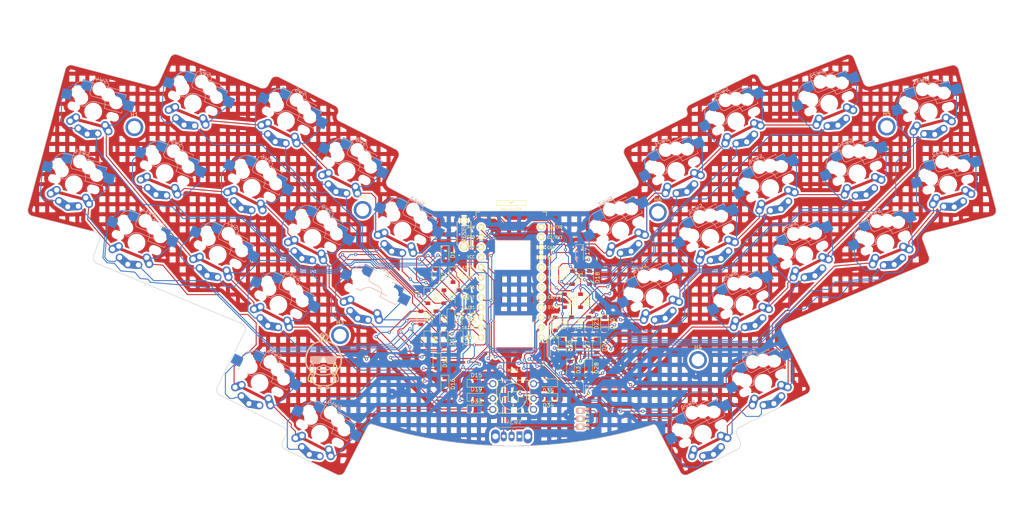
<source format=kicad_pcb>
(kicad_pcb (version 20221018) (generator pcbnew)
  (layers (0 "F.Cu" signal) (31 "B.Cu" signal) (34 "B.Paste" user) (35 "F.Paste" user) (36 "B.SilkS" user "B.Silkscreen") (37 "F.SilkS" user "F.Silkscreen") (38 "B.Mask" user) (39 "F.Mask" user) (44 "Edge.Cuts" user))
  (net 0 "")
  (net 1 "sda")
  (net 2 "vcc")
  (net 3 "scl")
  (net 4 "col_0")
  (net 5 "Net-(D1-A)")
  (net 6 "Net-(D2-A)")
  (net 7 "col_1")
  (net 8 "Net-(D3-A)")
  (net 9 "Net-(D4-A)")
  (net 10 "Net-(D5-A)")
  (net 11 "Net-(D6-A)")
  (net 12 "col_2")
  (net 13 "Net-(D7-A)")
  (net 14 "Net-(D8-A)")
  (net 15 "Net-(D9-A)")
  (net 16 "Net-(D10-A)")
  (net 17 "col_3")
  (net 18 "Net-(D11-A)")
  (net 19 "Net-(D12-A)")
  (net 20 "Net-(D13-A)")
  (net 21 "col_4")
  (net 22 "Net-(D14-A)")
  (net 23 "row_4")
  (net 24 "Net-(D16-A)")
  (net 25 "col_5")
  (net 26 "Net-(D17-A)")
  (net 27 "Net-(D18-A)")
  (net 29 "Net-(D20-A)")
  (net 30 "col_6")
  (net 31 "Net-(D21-A)")
  (net 32 "Net-(D22-A)")
  (net 33 "Net-(D23-A)")
  (net 34 "Net-(D24-A)")
  (net 35 "col_7")
  (net 36 "Net-(D25-A)")
  (net 37 "Net-(D26-A)")
  (net 38 "Net-(D27-A)")
  (net 39 "Net-(D28-A)")
  (net 40 "Net-(D29-A)")
  (net 41 "Net-(D30-A)")
  (net 42 "Net-(D31-A)")
  (net 43 "bat+")
  (net 44 "raw")
  (net 47 "gnd")
  (net 48 "Net-(D15-A)")
  (net 49 "Net-(D19-A)")
  (net 50 "reset")
  (net 51 "row_1")
  (net 52 "row_0")
  (net 53 "Net-(D32-A)")
  (net 55 "row_3")
  (net 56 "row_2")
  (net 57 "Net-(D33-A)")
  (net 58 "Net-(D34-A)")
  (net 59 "Net-(D35-A)")
  (footprint "Alaa:Kailh_hotswap_MX-CHOC" (layer "F.Cu") (at 42.24921 64.505486 -15)
    (fp_text reference "SW11")
    (fp_text value "SW_Push")
  )
  (footprint "Alaa:Kailh_hotswap_MX-CHOC" (layer "F.Cu") (at 216.656215 114.754558 27)
    (fp_text reference "SW24")
    (fp_text value "SW_Push")
  )
  (footprint "Diode_SMD:D_SOD-123" (layer "F.Cu") (at 162.248 114.74 180)
    (fp_text reference "D35")
    (fp_text value "1N4148")
  )
  (footprint "Diode_SMD:D_SOD-123" (layer "F.Cu") (at 170.18 105.41 -90)
    (fp_text reference "D27")
    (fp_text value "1N4148")
  )
  (footprint "Alaa:MountingHole_M3" (layer "F.Cu") (at 247.898 49.94)
    (fp_text reference "H5")
    (fp_text value "MountingHole")
  )
  (footprint "Diode_SMD:D_SOD-123" (layer "F.Cu") (at 136.144 115.062 -90)
    (fp_text reference "D16")
    (fp_text value "1N4148")
  )
  (footprint "Alaa:Kailh_hotswap_MX-CHOC" (layer "F.Cu") (at 201.383546 127.612659 27)
    (fp_text reference "SW20")
    (fp_text value "SW_Push")
  )
  (footprint "Diode_SMD:D_SOD-123" (layer "F.Cu") (at 133.858 98.298 -90)
    (fp_text reference "D7")
    (fp_text value "1N4148")
  )
  (footprint "LOGO" (layer "F.Cu") (at 105.41 110.527319)
    (fp_text reference "G***" hide)
    (fp_text value "LOGO" hide)
  )
  (footprint "Diode_SMD:D_SOD-123" (layer "F.Cu") (at 133.858 87.63 -90)
    (fp_text reference "D2")
    (fp_text value "1N4148")
  )
  (footprint "Diode_SMD:D_SOD-123" (layer "F.Cu") (at 164.084 99.822 -90)
    (fp_text reference "D29")
    (fp_text value "1N4148")
  )
  (footprint "Alaa:Kailh_hotswap_MX-CHOC" (layer "F.Cu") (at 203.274886 78.066836 27)
    (fp_text reference "SW22")
    (fp_text value "SW_Push")
  )
  (footprint "Diode_SMD:D_SOD-123" (layer "F.Cu") (at 168.402 88.138 -90)
    (fp_text reference "D21")
    (fp_text value "1N4148")
  )
  (footprint "Diode_SMD:D_SOD-123" (layer "F.Cu") (at 176.53 99.822 -90)
    (fp_text reference "D20")
    (fp_text value "1N4148")
  )
  (footprint "Alaa:Kailh_hotswap_MX-CHOC" (layer "F.Cu") (at 95.89657 48.475281 -27)
    (fp_text reference "SW5")
    (fp_text value "SW_Push")
  )
  (footprint "Diode_SMD:D_SOD-123" (layer "F.Cu") (at 172.466 99.822 -90)
    (fp_text reference "D23")
    (fp_text value "1N4148")
  )
  (footprint "Alaa:MountingHole_M3" (layer "F.Cu") (at 115.31896 71.000607)
    (fp_text reference "H2")
    (fp_text value "MountingHole")
  )
  (footprint "Alaa:Kailh_hotswap_MX-CHOC" (layer "F.Cu") (at 111.244687 61.139902 -27)
    (fp_text reference "SW8")
    (fp_text value "SW_Push")
  )
  (footprint "Alaa:ResetSW" (layer "F.Cu") (at 140.97 76.962 -90)
    (fp_text reference "SW33" hide)
    (fp_text value "SW_Push")
  )
  (footprint "Diode_SMD:D_SOD-123" (layer "F.Cu") (at 141.478 98.298 -90)
    (fp_text reference "D13")
    (fp_text value "1N4148")
  )
  (footprint "Alaa:Kailh_hotswap_MX-CHOC" (layer "F.Cu") (at 240.449728 61.747609 22)
    (fp_text reference "SW30")
    (fp_text value "SW_Push")
  )
  (footprint "Alaa:Kailh_hotswap_MX-CHOC" (layer "F.Cu") (at 104.510207 127.614849 -27)
    (fp_text reference "SW19")
    (fp_text value "SW_Push")
  )
  (footprint "Diode_SMD:D_SOD-123" (layer "F.Cu") (at 131.826 92.964 -90)
    (fp_text reference "D3")
    (fp_text value "1N4148")
  )
  (footprint "Alaa:Kailh_hotswap_MX-CHOC" (layer "F.Cu") (at 209.786222 48.552181 27)
    (fp_text reference "SW25")
    (fp_text value "SW_Push")
  )
  (footprint "Alaa:Kailh_hotswap_MX-CHOC" (layer "F.Cu") (at 87.270751 65.404405 -27)
    (fp_text reference "SW6")
    (fp_text value "SW_Push")
  )
  (footprint "Alaa:Kailh_hotswap_MX-CHOC" (layer "F.Cu") (at 93.993048 94.99815 -27)
    (fp_text reference "SW10")
    (fp_text value "SW_Push")
  )
  (footprint "Diode_SMD:D_SOD-123" (layer "F.Cu") (at 144.098 121.39)
    (fp_text reference "D33")
    (fp_text value "1N4148")
  )
  (footprint "Diode_SMD:D_SOD-123" (layer "F.Cu") (at 174.498 105.41 -90)
    (fp_text reference "D24")
    (fp_text value "1N4148")
  )
  (footprint "Diode_SMD:D_SOD-123" (layer "F.Cu") (at 139.7 92.964 -90)
    (fp_text reference "D9")
    (fp_text value "1N4148")
  )
  (footprint "Diode_SMD:D_SOD-123" (layer "F.Cu") (at 172.72 88.138 -90)
    (fp_text reference "D18")
    (fp_text value "1N4148")
  )
  (footprint "Alaa:Kailh_hotswap_MX-CHOC" (layer "F.Cu") (at 263.433655 64.583734 15)
    (fp_text reference "SW32")
    (fp_text value "SW_Push")
  )
  (footprint "Alaa:Kailh_hotswap_MX-CHOC" (layer "F.Cu") (at 227.037861 82.410429 27)
    (fp_text reference "SW27")
    (fp_text value "SW_Push")
  )
  (footprint "Diode_SMD:D_SOD-123" (layer "F.Cu") (at 138.176 87.63 -90)
    (fp_text reference "D5")
    (fp_text value "1N4148")
  )
  (footprint "Diode_SMD:D_SOD-123" (layer "F.Cu") (at 135.89 92.964 -90)
    (fp_text reference "D6")
    (fp_text value "1N4148")
  )
  (footprint "Diode_SMD:D_SOD-123" (layer "F.Cu") (at 144.098 118.39)
    (fp_text reference "D19")
    (fp_text value "1N4148")
  )
  (footprint "Alaa:MountingHole_M3" (layer "F.Cu") (at 109.598 102.69)
    (fp_text reference "H3")
    (fp_text value "MountingHole")
  )
  (footprint "Alaa:Kailh_hotswap_MX-CHOC" (layer "F.Cu") (at 58.115713 79.286819 -22)
    (fp_text reference "SW14")
    (fp_text value "SW_Push")
  )
  (footprint "Alaa:Kailh_hotswap_MX-CHOC" (layer "F.Cu") (at 72.350763 44.053832 -22)
    (fp_text reference "SW2")
    (fp_text value "SW_Push")
  )
  (footprint "Alaa:MountingHole_M3" (layer "F.Cu") (at 189.992 71.628)
    (fp_text reference "H6")
    (fp_text value "MountingHole")
  )
  (footprint "Alaa:Kailh_hotswap_MX-CHOC" (layer "F.Cu") (at 89.237538 114.756748 -27)
    (fp_text reference "SW15")
    (fp_text value "SW_Push")
  )
  (footprint "Diode_SMD:D_SOD-123" (layer "F.Cu") (at 134.112 109.474 -90)
    (fp_text reference "D12")
    (fp_text value "1N4148")
  )
  (footprint "kbd:ProMicro_v3.5" (layer "F.Cu") (at 152.908 89.839)
    (fp_text reference "U1" hide)
    (fp_text value "ProMicro_r" hide)
  )
  (footprint "Diode_SMD:D_SOD-123" (layer "F.Cu") (at 165.862 105.41 -90)
    (fp_text reference "D30")
    (fp_text value "1N4148")
  )
  (footprint "Diode_SMD:D_SOD-123" (layer "F.Cu") (at 130.048 98.298 -90)
    (fp_text reference "D4")
    (fp_text value "1N4148")
  )
  (footprint "Diode_SMD:D_SOD-123" (layer "F.Cu") (at 131.826 103.886 -90)
    (fp_text reference "D8")
    (fp_text value "1N4148")
  )
  (footprint "Diode_SMD:D_SOD-123" (layer "F.Cu") (at 136.144 82.296 -90)
    (fp_text reference "D1")
    (fp_text value "1N4148")
  )
  (footprint "Alaa:Kailh_hotswap_MX-CHOC" (layer "F.Cu") (at 189.158672 93.157217 27)
    (fp_text reference "SW18")
    (fp_text value "SW_Push")
  )
  (footprint "Diode_SMD:D_SOD-123" (layer "F.Cu") (at 139.7 103.886 -90)
    (fp_text reference "D14")
    (fp_text value "1N4148")
  )
  (footprint "Alaa:Kailh_hotswap_MX-CHOC" (layer "F.Cu") (at 47.159257 46.135097 -15)
    (fp_text reference "SW4")
    (fp_text value "SW_Push")
  )
  (footprint "Alaa:Kailh_hotswap_MX-CHOC" (layer "F.Cu") (at 78.644932 82.333528 -27)
    (fp_text reference "SW7")
    (fp_text value "SW_Push")
  )
  (footprint "Alaa:Kailh_hotswap_MX-CHOC" (layer "F.Cu") (at 233.332203 44.131115 22)
    (fp_text reference "SW29")
    (fp_text value "SW_Push")
  )
  (footprint "Diode_SMD:D_SOD-123" (layer "F.Cu") (at 144.098 114.84)
    (fp_text reference "D15")
    (fp_text value "1N4148")
  )
  (footprint "Alaa:Kailh_hotswap_MX-CHOC" (layer "F.Cu") (at 102.618867 78.069026 -27)
    (fp_text reference "SW9")
    (fp_text value "SW_Push")
  )
  (footprint "Alaa:Kailh_hotswap_MX-CHOC" (layer "F.Cu") (at 125.360901 76.230283 -27)
    (fp_text reference "SW12")
    (fp_text value "SW_Push")
  )
  (footprint "Diode_SMD:D_SOD-123" (layer "F.Cu") (at 170.18 82.042 -90)
    (fp_text reference "D17")
    (fp_text value "1N4148")
  )
  (footprint "Diode_SMD:D_SOD-123" (layer "F.Cu") (at 137.668 98.298 -90)
    (fp_text reference "D10")
    (fp_text value "1N4148")
  )
  (footprint "Diode_SMD:D_SOD-123" (layer "F.Cu") (at 167.894 110.998 -90)
    (fp_text reference "D31")
    (fp_text value "1N4148")
  )
  (footprint "Diode_SMD:D_SOD-123" (layer "F.Cu") (at 135.89 103.886 -90)
    (fp_text reference "D11")
    (fp_text value "1N4148")
  )
  (footprint "Diode_SMD:D_SOD-123" (layer "F.Cu") (at 170.18 116.586 -90)
    (fp_text reference "D32")
    (fp_text value "1N4148")
  )
  (footprint "Alaa:5Way-non-reverse" (layer "F.Cu") (at 153.398 118.24)
    (fp_text reference "HAT1")
    (fp_text value "5Way-Tactile_K1-1506DN-01")
  )
  (footprint "Diode_SMD:D_SOD-123" (layer "F.Cu") (at 170.434 93.98 -90)
    (fp_text reference "D22")
    (fp_text value "1N4148")
  )
  (footprint "Diode_SMD:D_SOD-123" (layer "F.Cu") (at 168.148 99.822 -90)
    (fp_text reference "D26")
    (fp_text value "1N4148")
  )
  (footprint "Alaa:MountingHole_M3" (layer "F.Cu") (at 57.567383 50.087604)
    (fp_text reference "H1")
    (fp_text value "MountingHole")
  )
  (footprint "Alaa:Kailh_hotswap_MX-CHOC" (layer "F.Cu") (at 180.532852 76.228093 27)
    (fp_text reference "SW17")
    (fp_text value "SW_Push")
  )
  (footprint "Alaa:Kailh_hotswap_MX-CHOC" (layer "F.Cu") (at 194.649066 61.137712 27)
    (fp_text reference "SW21")
    (fp_text value "SW_Push")
  )
  (footprint "Alaa:MountingHole_M3" (layer "F.Cu") (at 200.152 108.966)
    (fp_text reference "H4")
    (fp_text value "MountingHole")
  )
  (footprint "Diode_SMD:D_SOD-123" (layer "F.Cu") (at 166.37 93.98 -90)
    (fp_text reference "D25")
    (fp_text value "1N4148")
  )
  (footprint "Alaa:Kailh_hotswap_MX-CHOC" (layer "F.Cu") (at 258.509832 46.227858 15)
    (fp_text reference "SW31")
    (fp_text value "SW_Push")
  )
  (footprint "Alaa:Kailh_hotswap_MX-CHOC" (layer "F.Cu") (at 218.412041 65.481305 27)
    (fp_text reference "SW26")
    (fp_text value "SW_Push")
  )
  (footprint "Alaa:Kailh_hotswap_MX-CHOC" (layer "F.Cu") (at 247.567253 79.364102 22)
    (fp_text reference "SW28")
    (fp_text value "SW_Push")
  )
  (footprint "Alaa:Kailh_hotswap_MX-CHOC" (layer "F.Cu") (at 65.233528 61.670732 -22)
    (fp_text reference "SW3")
    (fp_text value "SW_Push")
  )
  (footprint "lib:bat" (layer "F.Cu") (at 170.398 123.84 90)
    (fp_text reference "PAD1" hide)
    (fp_text value "" hide)
  )
  (footprint "Diode_SMD:D_SOD-123" (layer "F.Cu") (at 162.298 118.44 180)
    (fp_text reference "D34")
    (fp_text value "1N4148")
  )
  (footprint "Alaa:Kailh_hotswap_MX-CHOC" (layer "F.Cu") (at 211.900705 94.99596 27)
    (fp_text reference "SW23")
    (fp_text value "SW_Push")
  )
  (footprint "Alaa:Kailh_hotswap_MX-CHOC" (layer "F.Cu") (at 116.735081 93.159407 -27)
    (fp_text reference "SW13")
    (fp_text value "SW_Push")
  )
  (footprint "Diode_SMD:D_SOD-123" (layer "F.Cu") (at 172.466 110.998 -90)
    (fp_text reference "D28")
    (fp_text value "1N4148")
  )
  (footprint "LOGO" (layer "B.Cu") (at 105.41 110.527319 180)
    (fp_text reference "G***" hide)
    (fp_text value "LOGO" hide)
  )
  (footprint "Alaa:SW_CuK_OS102011MA1QN1_SPDT_Angled" (layer "B.Cu") (at 154.998 128.29 180)
    (fp_text reference "SW34")
    (fp_text value "SW_SPDT")
  )
  (gr_arc (start 184.913264 63.39686) (mid 185.003305 64.541351) (end 184.257741 65.414355) (stroke (width 0.15)) (layer "Edge.Cuts"))
  (gr_arc (start 181.514463 57.03551) (mid 181.424371 55.890993) (end 182.169987 55.018014) (stroke (width 0.15)) (layer "Edge.Cuts"))
  (gr_arc (start 243.785439 39.725803) (mid 242.727907 39.619313) (end 242.006434 38.838825) (stroke (width 0.15)) (layer "Edge.Cuts"))
  (gr_line (start 239.599234 32.613672) (end 242.006434 38.838825) (stroke (width 0.15)) (layer "Edge.Cuts"))
  (gr_arc (start 108.376875 44.66315) (mid 109.146801 45.608193) (end 108.96666 46.813761) (stroke (width 0.15)) (layer "Edge.Cuts"))
  (gr_line (start 110.749587 137.272342) (end 116.546623 125.895018) (stroke (width 0.15)) (layer "Edge.Cuts"))
  (gr_line (start 48.118599 84.545917) (end 84.852401 99.817015) (stroke (width 0.15)) (layer "Edge.Cuts"))
  (gr_arc (start 110.749587 137.272343) (mid 109.876607 138.017949) (end 108.732091 137.927867) (stroke (width 0.15)) (layer "Edge.Cuts"))
  (gr_line (start 78.547794 115.788422) (end 85.507925 101.834511) (stroke (width 0.15)) (layer "Edge.Cuts"))
  (gr_arc (start 188.997877 125.261009) (mid 153.206446 130.743459) (end 117.432955 125.14515) (stroke (width 0.15)) (layer "Edge.Cuts"))
  (gr_arc (start 91.416483 39.402731) (mid 90.605284 40.126719) (end 89.518064 40.112522) (stroke (width 0.15)) (layer "Edge.Cuts"))
  (gr_line (start 133.856573 71.273796) (end 172.037705 71.273796) (stroke (width 0.15)) (layer "Edge.Cuts"))
  (gr_line (start 157.734 78.74) (end 149.098 78.74) (stroke (width 0.05)) (layer "Edge.Cuts"))
  (gr_line (start 30.657506 70.724796) (end 40.104402 35.468503) (stroke (width 0.15)) (layer "Edge.Cuts"))
  (gr_arc (start 237.646548 31.784807) (mid 238.794566 31.7948) (end 239.599234 32.613672) (stroke (width 0.15)) (layer "Edge.Cuts"))
  (gr_arc (start 116.546622 125.895018) (mid 116.914306 125.430867) (end 117.432955 125.145151) (stroke (width 0.15)) (layer "Edge.Cuts"))
  (gr_line (start 189.760518 125.939425) (end 195.644692 137.272342) (stroke (width 0.15)) (layer "Edge.Cuts"))
  (gr_line (start 121.481014 63.39686) (end 124.348 57.69) (stroke (width 0.15)) (layer "Edge.Cuts"))
  (gr_line (start 197.662188 137.927867) (end 210.136279 131.572) (stroke (width 0.15)) (layer "Edge.Cuts"))
  (gr_line (start 218.114048 39.518783) (end 237.646548 31.784807) (stroke (width 0.15)) (layer "Edge.Cuts"))
  (gr_line (start 94.12077 37.399302) (end 108.376875 44.663151) (stroke (width 0.15)) (layer "Edge.Cuts"))
  (gr_line (start 181.514463 57.03551) (end 184.913264 63.39686) (stroke (width 0.15)) (layer "Edge.Cuts"))
  (gr_arc (start 228.346486 115.538423) (mid 228.436557 116.682929) (end 227.690961 117.555918) (stroke (width 0.15)) (layer "Edge.Cuts"))
  (gr_arc (start 47.92667 76.653521) (mid 48.70717 77.374996) (end 48.81365 78.432526) (stroke (width 0.15)) (layer "Edge.Cuts"))
  (gr_line (start 79.203318 117.805918) (end 95.241435 125.977747) (stroke (width 0.15)) (layer "Edge.Cuts"))
  (gr_arc (start 48.118599 84.545917) (mid 47.338099 83.824442) (end 47.231619 82.766912) (stroke (width 0.15)) (layer "Edge.Cuts"))
  (gr_line (start 148.848 97.7315) (end 158.148 97.733932) (stroke (width 0.05)) (layer "Edge.Cuts"))
  (gr_arc (start 40.104402 35.468502) (mid 40.8033 34.557708) (end 41.941519 34.407844) (stroke (width 0.15)) (layer "Edge.Cuts"))
  (gr_line (start 198.022281 44.426656) (end 213.511341 36.805563) (stroke (width 0.15)) (layer "Edge.Cuts"))
  (gr_arc (start 256.97658 78.54623) (mid 257.083068 77.488705) (end 257.863559 76.767225) (stroke (width 0.15)) (layer "Edge.Cuts"))
  (gr_arc (start 123.692475 55.672505) (mid 124.438014 56.545511) (end 124.348 57.69) (stroke (width 0.15)) (layer "Edge.Cuts"))
  (gr_line (start 148.848 105.723) (end 148.848 97.7315) (stroke (width 0.05)) (layer "Edge.Cuts"))
  (gr_arc (start 218.114048 39.518783) (mid 217.026831 39.533019) (end 216.215629 38.808992) (stroke (width 0.15)) (layer "Edge.Cuts"))
  (gr_line (start 215.528837 37.461088) (end 216.215629 38.808992) (stroke (width 0.15)) (layer "Edge.Cuts"))
  (gr_line (start 157.734 86.106) (end 148.844 86.106) (stroke (width 0.05)) (layer "Edge.Cuts"))
  (gr_arc (start 197.376968 46.208093) (mid 197.414324 46.890953) (end 197.006598 47.44) (stroke (width 0.15)) (layer "Edge.Cuts"))
  (gr_arc (start 92.103275 38.054827) (mid 92.976256 37.30923) (end 94.120771 37.399302) (stroke (width 0.15)) (layer "Edge.Cuts"))
  (gr_line (start 148.848 105.723) (end 158.150505 105.722464) (stroke (width 0.05)) (layer "Edge.Cuts"))
  (gr_line (start 63.769994 38.796576) (end 66.582164 32.57858) (stroke (width 0.15)) (layer "Edge.Cuts"))
  (gr_arc (start 63.769994 38.796576) (mid 63.048517 39.577077) (end 61.990989 39.683556) (stroke (width 0.15)) (layer "Edge.Cuts"))
  (gr_line (start 91.416483 39.402731) (end 92.103275 38.054827) (stroke (width 0.15)) (layer "Edge.Cuts"))
  (gr_line (start 243.785439 39.725803) (end 264.23988 34.442935) (stroke (width 0.15)) (layer "Edge.Cuts"))
  (gr_arc (start 221.425783 101.825553) (mid 221.335686 100.681032) (end 222.081307 99.808057) (stroke (width 0.15)) (layer "Edge.Cuts"))
  (gr_line (start 68.534849 31.749715) (end 89.518064 40.112522) (stroke (width 0.15)) (layer "Edge.Cuts"))
  (gr_arc (start 133.856573 71.273796) (mid 133.156237 71.190905) (end 132.494602 70.946815) (stroke (width 0.15)) (layer "Edge.Cuts"))
  (gr_line (start 258.601926 82.932111) (end 256.97658 78.54623) (stroke (width 0.15)) (layer "Edge.Cuts"))
  (gr_arc (start 122.136538 65.414356) (mid 121.390911 64.541384) (end 121.481014 63.39686) (stroke (width 0.15)) (layer "Edge.Cuts"))
  (gr_line (start 148.844 86.106) (end 148.844 78.74) (stroke (width 0.05)) (layer "Edge.Cuts"))
  (gr_line (start 157.734 86.106) (end 157.734 78.74) (stroke (width 0.05)) (layer "Edge.Cuts"))
  (gr_line (start 210.652844 125.977747) (end 227.690961 117.555918) (stroke (width 0.15)) (layer "Edge.Cuts"))
  (gr_line (start 222.081307 99.808057) (end 257.714947 84.711116) (stroke (width 0.15)) (layer "Edge.Cuts"))
  (gr_arc (start 275.523892 70.759888) (mid 275.374049 71.898125) (end 274.463231 72.597005) (stroke (width 0.15)) (layer "Edge.Cuts"))
  (gr_arc (start 197.376968 46.208093) (mid 197.348 45.19) (end 198.022281 44.426656) (stroke (width 0.15)) (layer "Edge.Cuts"))
  (gr_line (start 173.399677 70.946815) (end 184.257741 65.414355) (stroke (width 0.15)) (layer "Edge.Cuts"))
  (gr_line (start 31.718167 72.561913) (end 47.92667 76.653521) (stroke (width 0.15)) (layer "Edge.Cuts"))
  (gr_line (start 210.791803 129.554504) (end 209.99732 127.995243) (stroke (width 0.15)) (layer "Edge.Cuts"))
  (gr_arc (start 109.241822 48.44) (mid 108.782653 47.681294) (end 108.96666 46.813761) (stroke (width 0.15)) (layer "Edge.Cuts"))
  (gr_arc (start 95.241435 125.977747) (mid 95.987034 126.850732) (end 95.896959 127.995243) (stroke (width 0.15)) (layer "Edge.Cuts"))
  (gr_arc (start 258.601926 82.932111) (mid 258.495438 83.989636) (end 257.714947 84.711116) (stroke (width 0.15)) (layer "Edge.Cuts"))
  (gr_line (start 95.758 131.572) (end 108.732091 137.927867) (stroke (width 0.15)) (layer "Edge.Cuts"))
  (gr_line (start 266.076996 35.503595) (end 275.523892 70.759888) (stroke (width 0.15)) (layer "Edge.Cuts"))
  (gr_arc (start 79.203317 117.805917) (mid 78.457719 116.932933) (end 78.547794 115.788422) (stroke (width 0.15)) (layer "Edge.Cuts"))
  (gr_line (start 47.231619 82.766912) (end 48.81365 78.432526) (stroke (width 0.15)) (layer "Edge.Cuts"))
  (gr_line (start 182.169987 55.018014) (end 197.006598 47.44) (stroke (width 0.15)) (layer "Edge.Cuts"))
  (gr_line (start 257.863559 76.767225) (end 274.463231 72.597005) (stroke (width 0.15)) (layer "Edge.Cuts"))
  (gr_line (start 158.148 97.733932) (end 158.150505 105.722464) (stroke (width 0.05)) (layer "Edge.Cuts"))
  (gr_arc (start 95.758 131.572) (mid 95.012403 130.699015) (end 95.102476 129.554504) (stroke (width 0.15)) (layer "Edge.Cuts"))
  (gr_line (start 41.941519 34.407844) (end 61.990989 39.683556) (stroke (width 0.15)) (layer "Edge.Cuts"))
  (gr_line (start 109.241822 48.44) (end 123.692475 55.672505) (stroke (width 0.15)) (layer "Edge.Cuts"))
  (gr_line (start 95.896959 127.995243) (end 95.102476 129.554504) (stroke (width 0.15)) (layer "Edge.Cuts"))
  (gr_line (start 148.844 78.74) (end 149.098 78.74) (stroke (width 0.05)) (layer "Edge.Cuts"))
  (gr_arc (start 209.99732 127.995243) (mid 209.90727 126.850755) (end 210.652844 125.977747) (stroke (width 0.15)) (layer "Edge.Cuts"))
  (gr_arc (start 31.718167 72.561913) (mid 30.807375 71.863022) (end 30.657506 70.724796) (stroke (width 0.15)) (layer "Edge.Cuts"))
  (gr_arc (start 188.997877 125.261009) (mid 189.44311 125.52837) (end 189.760518 125.939425) (stroke (width 0.15)) (layer "Edge.Cuts"))
  (gr_line (start 221.425783 101.825553) (end 228.346485 115.538422) (stroke (width 0.15)) (layer "Edge.Cuts"))
  (gr_arc (start 210.791803 129.554504) (mid 210.881885 130.69902) (end 210.136279 131.572) (stroke (width 0.15)) (layer "Edge.Cuts"))
  (gr_arc (start 84.852401 99.817015) (mid 85.597972 100.689999) (end 85.507925 101.834511) (stroke (width 0.15)) (layer "Edge.Cuts"))
  (gr_arc (start 197.662188 137.927867) (mid 196.517678 138.017947) (end 195.644692 137.272343) (stroke (width 0.15)) (layer "Edge.Cuts"))
  (gr_arc (start 213.511341 36.805563) (mid 214.655861 36.715456) (end 215.528837 37.461088) (stroke (width 0.15)) (layer "Edge.Cuts"))
  (gr_arc (start 66.582164 32.578581) (mid 67.38686 31.759767) (end 68.534849 31.749715) (stroke (width 0.15)) (layer "Edge.Cuts"))
  (gr_line (start 122.136538 65.414356) (end 132.494602 70.946815) (stroke (width 0.15)) (layer "Edge.Cuts"))
  (gr_arc (start 173.399677 70.946816) (mid 172.738043 71.190916) (end 172.037705 71.273796) (stroke (width 0.15)) (layer "Edge.Cuts"))
  (gr_arc (start 264.23988 34.442935) (mid 265.37811 34.592799) (end 266.076996 35.503595) (stroke (width 0.15)) (layer "Edge.Cuts"))
  (segment (start 128.525718 91.314) (end 118.783207 81.571489) (width 0.25) (layer "F.Cu") (net 4))
  (segment (start 128.942489 88.565103) (end 131.691386 91.314) (width 0.25) (layer "F.Cu") (net 4))
  (segment (start 127.39 96.648) (end 130.048 96.648) (width 0.25) (layer "F.Cu") (net 4))
  (segment (start 134.048749 99.173489) (end 135.194467 99.173489) (width 0.25) (layer "F.Cu") (net 4))
  (segment (start 137.366978 101.346) (end 143.256 101.346) (width 0.25) (layer "F.Cu") (net 4))
  (segment (start 138.913348 118.374652) (end 134.113348 118.374652) (width 0.25) (layer "F.Cu") (net 4))
  (segment (start 131.691386 91.314) (end 131.826 91.314) (width 0.25) (layer "F.Cu") (net 4))
  (segment (start 109.966511 81.571489) (end 109.348 82.19) (width 0.25) (layer "F.Cu") (net 4))
  (segment (start 136.144 80.646) (end 132.705386 80.646) (width 0.25) (layer "F.Cu") (net 4))
  (segment (start 109.348 82.19) (end 109.348 82.69) (width 0.25) (layer "F.Cu") (net 4))
  (segment (start 131.826 91.314) (end 128.525718 91.314) (width 0.25) (layer "F.Cu") (net 4))
  (segment (start 131.52326 96.648) (end 134.048749 99.173489) (width 0.25) (layer "F.Cu") (net 4))
  (segment (start 131.101489 83.223489) (end 133.858 85.98) (width 0.25) (layer "F.Cu") (net 4))
  (segment (start 130.048 96.648) (end 131.52326 96.648) (width 0.25) (layer "F.Cu") (net 4))
  (segment (start 122.048 101.99) (end 127.39 96.648) (width 0.25) (layer "F.Cu") (net 4))
  (segment (start 143.256 101.346) (end 145.288 103.378) (width 0.25) (layer "F.Cu") (net 4))
  (segment (start 142.448 114.84) (end 138.913348 118.374652) (width 0.25) (layer "F.Cu") (net 4))
  (segment (start 109.348 82.69) (end 112.295348 85.637348) (width 0.25) (layer "F.Cu") (net 4))
  (segment (start 133.858 85.98) (end 130.592489 82.714489) (width 0.25) (layer "F.Cu") (net 4))
  (segment (start 127.925772 94.525772) (end 130.048 96.648) (width 0.25) (layer "F.Cu") (net 4))
  (segment (start 128.942489 83.138897) (end 128.942489 88.565103) (width 0.25) (layer "F.Cu") (net 4))
  (segment (start 132.705386 80.646) (end 131.101489 82.249897) (width 0.25) (layer "F.Cu") (net 4))
  (segment (start 118.783207 81.571489) (end 109.966511 81.571489) (width 0.25) (layer "F.Cu") (net 4))
  (segment (start 120.941912 85.637348) (end 127.925772 92.621207) (width 0.25) (layer "F.Cu") (net 4))
  (segment (start 112.295348 85.637348) (end 120.941912 85.637348) (width 0.25) (layer "F.Cu") (net 4))
  (segment (start 135.194467 99.173489) (end 137.366978 101.346) (width 0.25) (layer "F.Cu") (net 4))
  (segment (start 118.828695 103.09) (end 118.748 103.09) (width 0.25) (layer "F.Cu") (net 4))
  (segment (start 129.366897 82.714489) (end 128.942489 83.138897) (width 0.25) (layer "F.Cu") (net 4))
  (segment (start 134.113348 118.374652) (end 118.828695 103.09) (width 0.25) (layer "F.Cu") (net 4))
  (segment (start 131.101489 82.249897) (end 131.101489 83.223489) (width 0.25) (layer "F.Cu") (net 4))
  (segment (start 127.925772 92.621207) (end 127.925772 94.525772) (width 0.25) (layer "F.Cu") (net 4))
  (segment (start 130.592489 82.714489) (end 129.366897 82.714489) (width 0.25) (layer "F.Cu") (net 4))
  (via (at 118.748 103.09) (size 0.8) (drill 0.4) (layers "F.Cu" "B.Cu") (net 4))
  (via (at 122.048 101.99) (size 0.8) (drill 0.4) (layers "F.Cu" "B.Cu") (net 4))
  (segment (start 118.748 103.09) (end 119.848 101.99) (width 0.25) (layer "B.Cu") (net 4))
  (segment (start 119.848 101.99) (end 122.048 101.99) (width 0.25) (layer "B.Cu") (net 4))
  (segment (start 134.366 82.443311) (end 134.641311 82.443311) (width 0.25) (layer "F.Cu") (net 5))
  (segment (start 134.641311 82.443311) (end 136.144 83.946) (width 0.25) (layer "F.Cu") (net 5))
  (via (at 134.366 82.443311) (size 0.8) (drill 0.4) (layers "F.Cu" "B.Cu") (net 5))
  (segment (start 131.856351 84.95296) (end 134.366 82.443311) (width 0.25) (layer "B.Cu") (net 5))
  (segment (start 77.533021 54.44) (end 89.695128 54.44) (width 0.25) (layer "B.Cu") (net 5))
  (segment (start 65.478345 49.113856) (end 66.792596 49.113856) (width 0.25) (layer "B.Cu") (net 5))
  (segment (start 66.792596 49.113856) (end 68.09619 47.810262) (width 0.25) (layer "B.Cu") (net 5))
  (segment (start 72.761276 49.75103) (end 72.806285 49.713263) (width 0.25) (layer "B.Cu") (net 5))
  (segment (start 70.14406 49.522053) (end 72.761276 49.75103) (width 0.25) (layer "B.Cu") (net 5))
  (segment (start 69.324319 36.068582) (end 66.254613 38.644372) (width 0.25) (layer "B.Cu") (net 5))
  (segment (start 69.484105 49.464315) (end 70.14406 49.522053) (width 0.25) (layer "B.Cu") (net 5))
  (segment (start 109.431085 74.175957) (end 111.521562 74.175957) (width 0.25) (layer "B.Cu") (net 5))
  (segment (start 113.767426 79.567749) (end 119.152636 84.95296) (width 0.25) (layer "B.Cu") (net 5))
  (segment (start 119.152636 84.95296) (end 131.856351 84.95296) (width 0.25) (layer "B.Cu") (net 5))
  (segment (start 65.01317 39.871302) (end 64.324823 47.739142) (width 0.25) (layer "B.Cu") (net 5))
  (segment (start 66.254613 38.644372) (end 66.237123 38.844283) (width 0.25) (layer "B.Cu") (net 5))
  (segment (start 113.767426 76.421821) (end 113.767426 79.567749) (width 0.25) (layer "B.Cu") (net 5))
  (segment (start 68.09619 47.810262) (end 69.484105 49.464315) (width 0.25) (layer "B.Cu") (net 5))
  (segment (start 66.237123 38.844283) (end 65.01317 39.871302) (width 0.25) (layer "B.Cu") (net 5))
  (segment (start 89.695128 54.44) (end 109.431085 74.175957) (width 0.25) (layer "B.Cu") (net 5))
  (segment (start 70.600217 36.180209) (end 69.324319 36.068582) (width 0.25) (layer "B.Cu") (net 5))
  (segment (start 71.54662 37.308087) (end 70.600217 36.180209) (width 0.25) (layer "B.Cu") (net 5))
  (segment (start 64.324823 47.739142) (end 65.478345 49.113856) (width 0.25) (layer "B.Cu") (net 5))
  (segment (start 72.806284 49.713263) (end 77.533021 54.44) (width 0.25) (layer "B.Cu") (net 5))
  (segment (start 111.521562 74.175957) (end 113.767426 76.421821) (width 0.25) (layer "B.Cu") (net 5))
  (segment (start 131.621022 88.646) (end 132.255022 89.28) (width 0.25) (layer "F.Cu") (net 6))
  (segment (start 130.048 88.646) (end 131.621022 88.646) (width 0.25) (layer "F.Cu") (net 6))
  (segment (start 132.255022 89.28) (end 133.858 89.28) (width 0.25) (layer "F.Cu") (net 6))
  (via (at 130.048 88.646) (size 0.8) (drill 0.4) (layers "F.Cu" "B.Cu") (net 6))
  (segment (start 113.12025 83.84671) (end 117.410668 83.84671) (width 0.25) (layer "B.Cu") (net 6))
  (segment (start 117.410668 83.84671) (end 118.966438 85.40248) (width 0.25) (layer "B.Cu") (net 6))
  (segment (start 108.590752 86.58904) (end 110.539312 84.64048) (width 0.25) (layer "B.Cu") (net 6))
  (segment (start 57.098 63.8723) (end 58.652862 65.427162) (width 0.25) (layer "B.Cu") (net 6))
  (segment (start 59.119888 56.461183) (end 57.098 58.483071) (width 0.25) (layer "B.Cu") (net 6))
  (segment (start 96.850395 82.92096) (end 99.970395 86.04096) (width 0.25) (layer "B.Cu") (net 6))
  (segment (start 71.099366 72.74048) (end 85.034198 72.74048) (width 0.25) (layer "B.Cu") (net 6))
  (segment (start 85.034198 72.74048) (end 95.214678 82.92096) (width 0.25) (layer "B.Cu") (net 6))
  (segment (start 59.119888 56.461183) (end 61.654708 53.926363) (width 0.25) (layer "B.Cu") (net 6))
  (segment (start 63.43076 53.926363) (end 64.429385 54.924988) (width 0.25) (layer "B.Cu") (net 6))
  (segment (start 99.970395 86.04096) (end 102.552395 86.04096) (width 0.25) (layer "B.Cu") (net 6))
  (segment (start 63.026825 67.138954) (end 65.64404 67.367931) (width 0.25) (layer "B.Cu") (net 6))
  (segment (start 95.214678 82.92096) (end 96.850395 82.92096) (width 0.25) (layer "B.Cu") (net 6))
  (segment (start 57.098 58.483071) (end 57.098 63.8723) (width 0.25) (layer "B.Cu") (net 6))
  (segment (start 103.100477 86.58904) (end 108.590752 86.58904) (width 0.25) (layer "B.Cu") (net 6))
  (segment (start 110.539312 84.64048) (end 112.32648 84.64048) (width 0.25) (layer "B.Cu") (net 6))
  (segment (start 60.978955 65.427162) (end 62.36687 67.081215) (width 0.25) (layer "B.Cu") (net 6))
  (segment (start 65.64404 67.367931) (end 65.689049 67.330164) (width 0.25) (layer "B.Cu") (net 6))
  (segment (start 65.689049 67.330163) (end 71.099366 72.74048) (width 0.25) (layer "B.Cu") (net 6))
  (segment (start 112.32648 84.64048) (end 113.12025 83.84671) (width 0.25) (layer "B.Cu") (net 6))
  (segment (start 61.654708 53.926363) (end 63.43076 53.926363) (width 0.25) (layer "B.Cu") (net 6))
  (segment (start 126.80448 85.40248) (end 130.048 88.646) (width 0.25) (layer "B.Cu") (net 6))
  (segment (start 118.966438 85.40248) (end 126.80448 85.40248) (width 0.25) (layer "B.Cu") (net 6))
  (segment (start 102.552395 86.04096) (end 103.100477 86.58904) (width 0.25) (layer "B.Cu") (net 6))
  (segment (start 62.36687 67.081215) (end 63.026825 67.138954) (width 0.25) (layer "B.Cu") (net 6))
  (segment (start 58.652862 65.427162) (end 60.978955 65.427162) (width 0.25) (layer "B.Cu") (net 6))
  (segment locked (start 143.564 105.156) (end 143.598 105.19) (width 0.25) (layer "F.Cu") (net 7))
  (segment (start 138.289489 99.173489) (end 138.739009 99.173489) (width 0.25) (layer "F.Cu") (net 7))
  (segment (start 140.288031 100.722511) (end 142.402511 100.722511) (width 0.25) (layer "F.Cu") (net 7))
  (segment (start 135.764 96.648) (end 138.289489 99.173489) (width 0.25) (layer "F.Cu") (net 7))
  (segment (start 131.826 102.236) (end 132.208 102.236) (width 0.25) (layer "F.Cu") (net 7))
  (segment (start 144.298 109.49) (end 144.848 110.04) (width 0.25) (layer "F.Cu") (net 7))
  (segment (start 143.632 105.156) (end 146.05 105.156) (width 0.25) (layer "F.Cu") (net 7))
  (segment (start 142.494 99.568) (end 143.256 98.806) (width 0.25) (layer "F.Cu") (net 7))
  (segment (start 139.100511 87.792511) (end 141.986 90.678) (width 0.25) (layer "F.Cu") (net 7))
  (segment (start 142.448 118.39) (end 141.598 119.24) (width 0.25) (layer "F.Cu") (net 7))
  (segment (start 139.065718 95.504) (end 135.89 92.328282) (width 0.25) (layer "F.Cu") (net 7))
  (segment (start 133.858 96.648) (end 135.764 96.648) (width 0.25) (layer "F.Cu") (net 7))
  (segment (start 141.986 90.678) (end 141.986 94.742) (width 0.25) (layer "F.Cu") (net 7))
  (segment (start 132.208 102.236) (end 134.62 104.648) (width 0.25) (layer "F.Cu") (net 7))
  (segment (start 139.100511 86.904511) (end 139.100511 87.792511) (width 0.25) (layer "F.Cu") (net 7))
  (segment (start 141.598 119.24) (end 139.948 119.24) (width 0.25) (layer "F.Cu") (net 7))
  (segment (start 142.494 100.631022) (end 142.494 99.568) (width 0.25) (layer "F.Cu") (net 7))
  (segment (start 141.224 95.504) (end 139.065718 95.504) (width 0.25) (layer "F.Cu") (net 7))
  (segment locked (start 141.019022 105.156) (end 143.564 105.156) (width 0.25) (layer "F.Cu") (net 7))
  (segment (start 142.402511 100.722511) (end 142.494 100.631022) (width 0.25) (layer "F.Cu") (net 7))
  (segment (start 143.256 98.806) (end 143.256 96.774) (width 0.25) (layer "F.Cu") (net 7))
  (segment (start 143.256 96.774) (end 141.605 95.123) (width 0.25) (layer "F.Cu") (net 7))
  (segment (start 146.548 101.336) (end 146.05 100.838) (width 0.25) (layer "F.Cu") (net 7))
  (segment (start 141.605 95.123) (end 141.224 95.504) (width 0.25) (layer "F.Cu") (net 7))
  (segment (start 146.548 104.658) (end 146.548 101.336) (width 0.25) (layer "F.Cu") (net 7))
  (segment (start 142.098 109.49) (end 144.298 109.49) (width 0.25) (layer "F.Cu") (net 7))
  (segment (start 134.62 104.648) (end 140.511022 104.648) (width 0.25) (layer "F.Cu") (net 7))
  (segment (start 146.05 105.156) (end 146.548 104.658) (width 0.25) (layer "F.Cu") (net 7))
  (segment (start 143.764 100.838) (end 142.494 99.568) (width 0.25) (layer "F.Cu") (net 7))
  (segment (start 140.511022 104.648) (end 141.019022 105.156) (width 0.25) (layer "F.Cu") (net 7))
  (segment locked (start 143.598 105.19) (end 143.632 105.156) (width 0.25) (layer "F.Cu") (net 7))
  (segment (start 135.89 92.328282) (end 135.89 91.314) (width 0.25) (layer "F.Cu") (net 7))
  (segment (start 138.739009 99.173489) (end 140.288031 100.722511) (width 0.25) (layer "F.Cu") (net 7))
  (segment (start 146.05 100.838) (end 143.764 100.838) (width 0.25) (layer "F.Cu") (net 7))
  (segment (start 138.176 85.98) (end 139.100511 86.904511) (width 0.25) (layer "F.Cu") (net 7))
  (segment (start 141.986 94.742) (end 141.605 95.123) (width 0.25) (layer "F.Cu") (net 7))
  (via (at 143.598 105.19) (size 0.8) (drill 0.4) (layers "F.Cu" "B.Cu") (net 7))
  (via (at 139.948 119.24) (size 0.8) (drill 0.4) (layers "F.Cu" "B.Cu") (net 7))
  (via (at 142.098 109.49) (size 0.8) (drill 0.4) (layers "F.Cu" "B.Cu") (net 7))
  (via (at 144.848 110.04) (size 0.8) (drill 0.4) (layers "F.Cu" "B.Cu") (net 7))
  (segment (start 143.696694 110.04) (end 144.848 110.04) (width 0.25) (layer "B.Cu") (net 7))
  (segment (start 139.948 119.24) (end 139.948 113.788695) (width 0.25) (layer "B.Cu") (net 7))
  (segment (start 139.948 113.788695) (end 143.572347 110.164347) (width 0.25) (layer "B.Cu") (net 7))
  (segment (start 143.598 105.19) (end 143.598 107.99) (width 0.25) (layer "B.Cu") (net 7))
  (segment (start 143.598 107.99) (end 142.098 109.49) (width 0.25) (layer "B.Cu") (net 7))
  (segment (start 143.572347 110.164347) (end 143.696694 110.04) (width 0.25) (layer "B.Cu") (net 7))
  (segment (start 143.572347 110.164347) (end 143.696695 110.04) (width 0.25) (layer "B.Cu") (net 7))
  (segment (start 131.444 94.614) (end 131.826 94.614) (width 0.25) (layer "F.Cu") (net 8))
  (segment (start 129.54 92.71) (end 131.444 94.614) (width 0.25) (layer "F.Cu") (net 8))
  (via (at 129.54 92.71) (size 0.8) (drill 0.4) (layers "F.Cu" "B.Cu") (net 8))
  (segment (start 96.664198 83.37048) (end 95.02848 83.37048) (width 0.25) (layer "B.Cu") (net 8))
  (segment (start 68.61022 71.92778) (end 67.2061 70.254414) (width 0.25) (layer "B.Cu") (net 8))
  (segment (start 110.72551 85.09) (end 108.776949 87.03856) (width 0.25) (layer "B.Cu") (net 8))
  (segment (start 47.962561 52.035363) (end 48.301094 51.69683) (width 0.25) (layer "B.Cu") (net 8))
  (segment (start 40.456302 41.709444) (end 39.098 43.067746) (width 0.25) (layer "B.Cu") (net 8))
  (segment (start 112.512677 85.09) (end 110.72551 85.09) (width 0.25) (layer "B.Cu") (net 8))
  (segment (start 117.22447 84.29623) (end 113.306448 84.29623) (width 0.25) (layer "B.Cu") (net 8))
  (segment (start 99.784198 86.49048) (end 96.664198 83.37048) (width 0.25) (layer "B.Cu") (net 8))
  (segment (start 45.539008 39.537635) (end 45.532203 39.529525) (width 0.25) (layer "B.Cu") (net 8))
  (segment (start 59.739213 69.601146) (end 47.962561 55.566278) (width 0.25) (layer "B.Cu") (net 8))
  (segment (start 47.962561 55.566278) (end 47.962561 52.035363) (width 0.25) (layer "B.Cu") (net 8))
  (segment (start 108.776949 87.03856) (end 102.91428 87.03856) (width 0.25) (layer "B.Cu") (net 8))
  (segment (start 69.87244 73.19) (end 68.61022 71.92778) (width 0.25) (layer "B.Cu") (net 8))
  (segment (start 95.02848 83.37048) (end 84.848 73.19) (width 0.25) (layer "B.Cu") (net 8))
  (segment (start 122.682 85.852) (end 118.78024 85.852) (width 0.25) (layer "B.Cu") (net 8))
  (segment (start 39.098 43.067746) (end 39.098 48.331119) (width 0.25) (layer "B.Cu") (net 8))
  (segment (start 67.2061 70.254414) (end 59.739213 69.601146) (width 0.25) (layer "B.Cu") (net 8))
  (segment (start 113.306448 84.29623) (end 112.512677 85.09) (width 0.25) (layer "B.Cu") (net 8))
  (segment (start 40.566927 40.444991) (end 40.456302 41.709444) (width 0.25) (layer "B.Cu") (net 8))
  (segment (start 129.54 92.71) (end 122.682 85.852) (width 0.25) (layer "B.Cu") (net 8))
  (segment (start 41.14891 50.382029) (end 43.394191 50.382029) (width 0.25) (layer "B.Cu") (net 8))
  (segment (start 42.023747 39.222575) (end 40.566927 40.444991) (width 0.25) (layer "B.Cu") (net 8))
  (segment (start 84.848 73.19) (end 69.87244 73.19) (width 0.25) (layer "B.Cu") (net 8))
  (segment (start 102.91428 87.03856) (end 102.366198 86.49048) (width 0.25) (layer "B.Cu") (net 8))
  (segment (start 118.78024 85.852) (end 117.22447 84.29623) (width 0.25) (layer "B.Cu") (net 8))
  (segment (start 45.532203 39.529525) (end 42.023747 39.222575) (width 0.25) (layer "B.Cu") (net 8))
  (segment (start 39.098 48.331119) (end 41.14891 50.382029) (width 0.25) (layer "B.Cu") (net 8))
  (segment (start 102.366198 86.49048) (end 99.784198 86.49048) (width 0.25) (layer "B.Cu") (net 8))
  (segment (start 129.922 99.822) (end 130.048 99.948) (width 0.25) (layer "F.Cu") (net 9))
  (segment (start 128.016 99.822) (end 129.922 99.822) (width 0.25) (layer "F.Cu") (net 9))
  (via (at 128.016 99.822) (size 0.8) (drill 0.4) (layers "F.Cu" "B.Cu") (net 9))
  (segment (start 57.667246 86.735765) (end 59.030805 88.36079) (width 0.25) (layer "B.Cu") (net 9))
  (segment (start 54.13715 86.426921) (end 57.667246 86.735765) (width 0.25) (layer "B.Cu") (net 9))
  (segment (start 114.31307 105.902976) (end 124.347306 105.902976) (width 0.25) (layer "B.Cu") (net 9))
  (segment (start 35.598305 59.484896) (end 37.783215 57.651539) (width 0.25) (layer "B.Cu") (net 9))
  (segment (start 43.703623 70.094566) (end 50.098424 77.715593) (width 0.25) (layer "B.Cu") (net 9))
  (segment (start 38.484143 68.752418) (end 34.639708 68.416073) (width 0.25) (layer "B.Cu") (net 9))
  (segment (start 34.264057 61.155725) (end 33.724303 67.325136) (width 0.25) (layer "B.Cu") (net 9))
  (segment (start 60.993664 88.532518) (end 61.653626 89.319031) (width 0.25) (layer "B.Cu") (net 9))
  (segment (start 34.639708 68.416073) (end 33.724303 67.325136) (width 0.25) (layer "B.Cu") (net 9))
  (segment (start 61.653638 89.319031) (end 75.706497 90.548497) (width 0.25) (layer "B.Cu") (net 9))
  (segment (start 59.030805 88.36079) (end 60.993664 88.532518) (width 0.25) (layer "B.Cu") (net 9))
  (segment (start 61.653626 89.319031) (end 61.653638 89.319031) (width 0.25) (layer "B.Cu") (net 9))
  (segment (start 92.456 106.426) (end 113.790046 106.426) (width 0.25) (layer "B.Cu") (net 9))
  (segment (start 52.542495 84.526485) (end 54.13715 86.426921) (width 0.25) (layer "B.Cu") (net 9))
  (segment (start 113.790046 106.426) (end 114.31307 105.902976) (width 0.25) (layer "B.Cu") (net 9))
  (segment (start 128.016 102.234282) (end 128.016 99.822) (width 0.25) (layer "B.Cu") (net 9))
  (segment (start 50.098424 77.715593) (end 49.625229 83.124232) (width 0.25) (layer "B.Cu") (net 9))
  (segment (start 35.546255 60.079833) (end 34.264057 61.155725) (width 0.25) (layer "B.Cu") (net 9))
  (segment (start 50.663953 84.362134) (end 52.542495 84.526485) (width 0.25) (layer "B.Cu") (net 9))
  (segment (start 124.347306 105.902976) (end 128.016 102.234282) (width 0.25) (layer "B.Cu") (net 9))
  (segment (start 40.622156 57.899914) (end 40.628961 57.908024) (width 0.25) (layer "B.Cu") (net 9))
  (segment (start 37.783215 57.651539) (end 40.622156 57.899914) (width 0.25) (layer "B.Cu") (net 9))
  (segment (start 49.625229 83.124232) (end 50.663953 84.362134) (width 0.25) (layer "B.Cu") (net 9))
  (segment (start 43.391047 70.067219) (end 43.703623 70.094566) (width 0.25) (layer "B.Cu") (net 9))
  (segment (start 76.098 90.94) (end 76.97 90.94) (width 0.25) (layer "B.Cu") (net 9))
  (segment (start 75.706497 90.548497) (end 76.098 90.94) (width 0.25) (layer "B.Cu") (net 9))
  (segment (start 76.97 90.94) (end 92.456 106.426) (width 0.25) (layer "B.Cu") (net 9))
  (segment (start 35.546255 60.079833) (end 35.598305 59.484896) (width 0.25) (layer "B.Cu") (net 9))
  (segment (start 131.988511 82.55) (end 138.176 88.737489) (width 0.25) (layer "F.Cu") (net 10))
  (segment (start 138.176 88.737489) (end 138.176 89.28) (width 0.25) (layer "F.Cu") (net 10))
  (segment (start 131.826 82.55) (end 131.988511 82.55) (width 0.25) (layer "F.Cu") (net 10))
  (via (at 131.826 82.55) (size 0.8) (drill 0.4) (layers "F.Cu" "B.Cu") (net 10))
  (segment (start 129.87256 84.50344) (end 119.338834 84.50344) (width 0.25) (layer "B.Cu") (net 10))
  (segment (start 95.857106 59.153388) (end 95.857106 54.152878) (width 0.25) (layer "B.Cu") (net 10))
  (segment (start 106.456 66.548) (end 103.251718 66.548) (width 0.25) (layer "B.Cu") (net 10))
  (segment (start 93.006335 40.448467) (end 94.775629 40.60326) (width 0.25) (layer "B.Cu") (net 10))
  (segment (start 103.251718 66.548) (end 95.857106 59.153388) (width 0.25) (layer "B.Cu") (net 10))
  (segment (start 88.17027 50.132112) (end 88.17027 44.506408) (width 0.25) (layer "B.Cu") (net 10))
  (segment (start 94.775629 40.60326) (end 95.683418 41.685121) (width 0.25) (layer "B.Cu") (net 10))
  (segment (start 114.848 74.94) (end 106.456 66.548) (width 0.25) (layer "B.Cu") (net 10))
  (segment (start 119.338834 84.50344) (end 114.848 80.012606) (width 0.25) (layer "B.Cu") (net 10))
  (segment (start 91.330793 51.846606) (end 89.884764 51.846606) (width 0.25) (layer "B.Cu") (net 10))
  (segment (start 88.17027 44.506408) (end 93.006335 40.448467) (width 0.25) (layer "B.Cu") (net 10))
  (segment (start 89.884764 51.846606) (end 88.17027 50.132112) (width 0.25) (layer "B.Cu") (net 10))
  (segment (start 114.848 80.012606) (end 114.848 74.94) (width 0.25) (layer "B.Cu") (net 10))
  (segment (start 131.826 82.55) (end 129.87256 84.50344) (width 0.25) (layer "B.Cu") (net 10))
  (segment (start 118.872 82.296) (end 128.561489 91.985489) (width 0.25) (layer "F.Cu") (net 11))
  (segment (start 130.896511 91.985489) (end 133.525022 94.614) (width 0.25) (layer "F.Cu") (net 11))
  (segment (start 113.538 82.296) (end 118.872 82.296) (width 0.25) (layer "F.Cu") (net 11))
  (segment (start 128.561489 91.985489) (end 130.896511 91.985489) (width 0.25) (layer "F.Cu") (net 11))
  (segment (start 133.525022 94.614) (end 135.89 94.614) (width 0.25) (layer "F.Cu") (net 11))
  (via (at 113.538 82.296) (size 0.8) (drill 0.4) (layers "F.Cu" "B.Cu") (net 11))
  (segment (start 95.400876 82.47144) (end 97.036593 82.47144) (width 0.25) (layer "B.Cu") (net 11))
  (segment (start 81.258945 68.77573) (end 79.613175 67.12996) (width 0.25) (layer "B.Cu") (net 11))
  (segment (start 103.286674 86.13952) (end 108.404555 86.13952) (width 0.25) (layer "B.Cu") (net 11))
  (segment (start 87.057598 58.614244) (end 86.091053 57.647699) (width 0.25) (layer "B.Cu") (net 11))
  (segment (start 86.091053 57.647699) (end 83.668559 57.647699) (width 0.25) (layer "B.Cu") (net 11))
  (segment (start 97.036593 82.47144) (end 100.156593 85.59144) (width 0.25) (layer "B.Cu") (net 11))
  (segment (start 83.668559 57.647699) (end 81.634417 59.681841) (width 0.25) (layer "B.Cu") (net 11))
  (segment (start 86.972558 74.043123) (end 95.400876 82.47144) (width 0.25) (layer "B.Cu") (net 11))
  (segment (start 79.613175 67.12996) (end 79.613175 61.703083) (width 0.25) (layer "B.Cu") (net 11))
  (segment (start 112.248075 82.296) (end 113.538 82.296) (width 0.25) (layer "B.Cu") (net 11))
  (segment (start 85.728806 70.570806) (end 86.972558 71.814558) (width 0.25) (layer "B.Cu") (net 11))
  (segment (start 102.738592 85.59144) (end 103.286674 86.13952) (width 0.25) (layer "B.Cu") (net 11))
  (segment (start 86.972558 71.814558) (end 86.972558 74.043123) (width 0.25) (layer "B.Cu") (net 11))
  (segment (start 100.156593 85.59144) (end 102.738592 85.59144) (width 0.25) (layer "B.Cu") (net 11))
  (segment (start 108.404555 86.13952) (end 112.248075 82.296) (width 0.25) (layer "B.Cu") (net 11))
  (segment (start 82.704974 68.77573) (end 81.258945 68.77573) (width 0.25) (layer "B.Cu") (net 11))
  (segment (start 79.613175 61.703083) (end 81.634417 59.681841) (width 0.25) (layer "B.Cu") (net 11))
  (segment (start 124.704695 101.092) (end 124.243 101.553695) (width 0.25) (layer "F.Cu") (net 12))
  (segment (start 125.484614 101.092) (end 124.704695 101.092) (width 0.25) (layer "F.Cu") (net 12))
  (segment (start 138.05 96.648) (end 139.446 98.044) (width 0.25) (layer "F.Cu") (net 12))
  (segment (start 131.308467 99.097489) (end 127.479125 99.097489) (width 0.25) (layer "F.Cu") (net 12))
  (segment (start 124.243 102.653) (end 127.254 105.664) (width 0.25) (layer "F.Cu") (net 12))
  (segment (start 134.886511 108.598511) (end 143.877489 108.598511) (width 0.25) (layer "F.Cu") (net 12))
  (segment (start 139.053489 85.205489) (end 137.251489 85.205489) (width 0.25) (layer "F.Cu") (net 12))
  (segment (start 122.398 108.515305) (end 122.398 108.34) (width 0.25) (layer "F.Cu") (net 12))
  (segment (start 127.479125 99.097489) (end 125.484614 101.092) (width 0.25) (layer "F.Cu") (net 12))
  (segment (start 137.668 96.648) (end 138.05 96.648) (width 0.25) (layer "F.Cu") (net 12))
  (segment (start 146.998 105.478) (end 146.998 100.008) (width 0.25) (layer "F.Cu") (net 12))
  (segment (start 135.272694 121.39) (end 133.210347 119.327653) (width 0.25) (layer "F.Cu") (net 12))
  (segment (start 130.682 107.824) (end 134.112 107.824) (width 0.25) (layer "F.Cu") (net 12))
  (segment (start 124.243 101.553695) (end 124.243 102.653) (width 0.25) (layer "F.Cu") (net 12))
  (segment (start 137.251489 86.754511) (end 139.7 89.203022) (width 0.25) (layer "F.Cu") (net 12))
  (segment (start 146.998 100.008) (end 144.018 97.028) (width 0.25) (layer "F.Cu") (net 12))
  (segment (start 134.446978 102.236) (end 131.308467 99.097489) (width 0.25) (layer "F.Cu") (net 12))
  (segment (start 136.016 102.362) (end 135.89 102.236) (width 0.25) (layer "F.Cu") (net 12))
  (segment (start 143.877489 108.598511) (end 146.998 105.478) (width 0.25) (layer "F.Cu") (net 12))
  (segment (start 142.448 121.39) (end 135.272694 121.39) (width 0.25) (layer "F.Cu") (net 12))
  (segment (start 134.112 107.824) (end 134.886511 108.598511) (width 0.25) (layer "F.Cu") (net 12))
  (segment (start 140.97 92.584) (end 139.7 91.314) (width 0.25) (layer "F.Cu") (net 12))
  (segment (start 144.018 90.17) (end 139.053489 85.205489) (width 0.25) (layer "F.Cu") (net 12))
  (segment (start 130.302 108.204) (end 130.682 107.824) (width 0.25) (layer "F.Cu") (net 12))
  (segment (start 135.89 102.236) (end 134.446978 102.236) (width 0.25) (layer "F.Cu") (net 12))
  (segment (start 137.922 102.362) (end 136.016 102.362) (width 0.25) (layer "F.Cu") (net 12))
  (segment (start 139.7 89.203022) (end 139.7 91.314) (width 0.25) (layer "F.Cu") (net 12))
  (segment (start 137.251489 85.205489) (end 137.251489 86.754511) (width 0.25) (layer "F.Cu") (net 12))
  (segment (start 140.97 92.71) (end 140.97 92.584) (width 0.25) (layer "F.Cu") (net 12))
  (segment (start 144.018 97.028) (end 144.018 90.17) (width 0.25) (layer "F.Cu") (net 12))
  (segment (start 133.210347 119.327653) (end 122.398 108.515305) (width 0.25) (layer "F.Cu") (net 12))
  (via (at 122.398 108.34) (size 0.8) (drill 0.4) (layers "F.Cu" "B.Cu") (net 12))
  (via (at 139.446 98.044) (size 0.8) (drill 0.4) (layers "F.Cu" "B.Cu") (net 12))
  (via (at 140.97 92.71) (size 0.8) (drill 0.4) (layers "F.Cu" "B.Cu") (net 12))
  (via (at 137.922 102.362) (size 0.8) (drill 0.4) (layers "F.Cu" "B.Cu") (net 12))
  (via (at 127.254 105.664) (size 0.8) (drill 0.4) (layers "F.Cu" "B.Cu") (net 12))
  (via (at 130.302 108.204) (size 0.8) (drill 0.4) (layers "F.Cu" "B.Cu") (net 12))
  (segment (start 122.534 108.204) (end 130.302 108.204) (width 0.25) (layer "B.Cu") (net 12))
  (segment (start 127.254 106.925386) (end 128.532614 108.204) (width 0.25) (layer "B.Cu") (net 12))
  (segment (start 139.446 98.044) (end 139.446 100.838) (width 0.25) (layer "B.Cu") (net 12))
  (segment (start 140.97 96.52) (end 140.97 92.71) (width 0.25) (layer "B.Cu") (net 12))
  (segment (start 128.532614 108.204) (end 130.302 108.204) (width 0.25) (layer "B.Cu") (net 12))
  (segment (start 122.398 108.34) (end 122.534 108.204) (width 0.25) (layer "B.Cu") (net 12))
  (segment (start 127.254 105.664) (end 127.254 106.925386) (width 0.25) (layer "B.Cu") (net 12))
  (segment (start 139.446 100.838) (end 137.922 102.362) (width 0.25) (layer "B.Cu") (net 12))
  (segment (start 139.446 98.044) (end 140.97 96.52) (width 0.25) (layer "B.Cu") (net 12))
  (segment (start 132.462 98.552) (end 133.858 99.948) (width 0.25) (layer "F.Cu") (net 13))
  (segment (start 127 98.552) (end 132.462 98.552) (width 0.25) (layer "F.Cu") (net 13))
  (segment (start 126.492 99.06) (end 127 98.552) (width 0.25) (layer "F.Cu") (net 13))
  (via (at 126.492 99.06) (size 0.8) (drill 0.4) (layers "F.Cu" "B.Cu") (net 13))
  (segment (start 69.348 82.94) (end 69.348 80.271562) (width 0.25) (layer "B.Cu") (net 13))
  (segment (start 78.431779 75.543367) (end 77.465234 74.576822) (width 0.25) (layer "B.Cu") (net 13))
  (segment (start 115.316 100.584) (end 124.968 100.584) (width 0.25) (layer "B.Cu") (net 13))
  (segment (start 96.478 83.82) (end 99.598 86.94) (width 0.25) (layer "B.Cu") (net 13))
  (segment (start 107.442 92.202) (end 107.442 97.282) (width 0.25) (layer "B.Cu") (net 13))
  (segment (start 72.112853 85.704853) (end 69.348 82.94) (width 0.25) (layer "B.Cu") (net 13))
  (segment (start 82.805058 90.44) (end 89.425058 83.82) (width 0.25) (layer "B.Cu") (net 13))
  (segment (start 76.140267 87.135621) (end 77.543621 87.135621) (width 0.25) (layer "B.Cu") (net 13))
  (segment (start 107.442 97.282) (end 110.236 100.076) (width 0.25) (layer "B.Cu") (net 13))
  (segment (start 110.236 100.076) (end 114.808 100.076) (width 0.25) (layer "B.Cu") (net 13))
  (segment (start 75.04274 74.576822) (end 73.008598 76.610964) (width 0.25) (layer "B.Cu") (net 13))
  (segment (start 74.237266 85.23262) (end 76.140267 87.135621) (width 0.25) (layer "B.Cu") (net 13))
  (segment (start 80.848 90.44) (end 82.805058 90.44) (width 0.25) (layer "B.Cu") (net 13))
  (segment (start 124.968 100.584) (end 126.492 99.06) (width 0.25) (layer "B.Cu") (net 13))
  (segment (start 74.079155 85.704853) (end 72.112853 85.704853) (width 0.25) (layer "B.Cu") (net 13))
  (segment (start 114.808 100.076) (end 115.316 100.584) (width 0.25) (layer "B.Cu") (net 13))
  (segment (start 89.425058 83.82) (end 96.478 83.82) (width 0.25) (layer "B.Cu") (net 13))
  (segment (start 77.543621 87.135621) (end 80.848 90.44) (width 0.25) (layer "B.Cu") (net 13))
  (segment (start 69.348 80.271562) (end 73.008598 76.610964) (width 0.25) (layer "B.Cu") (net 13))
  (segment (start 102.18 86.94) (end 107.442 92.202) (width 0.25) (layer "B.Cu") (net 13))
  (segment (start 77.465234 74.576822) (end 75.04274 74.576822) (width 0.25) (layer "B.Cu") (net 13))
  (segment (start 99.598 86.94) (end 102.18 86.94) (width 0.25) (layer "B.Cu") (net 13))
  (segment (start 131.698 105.536) (end 131.826 105.536) (width 0.25) (layer "F.Cu") (net 14))
  (segment (start 127.249701 101.087701) (end 131.698 105.536) (width 0.25) (layer "F.Cu") (net 14))
  (via (at 127.249701 101.087701) (size 0.8) (drill 0.4) (layers "F.Cu" "B.Cu") (net 14))
  (segment (start 55.249055 84.697301) (end 55.90901 84.75504) (width 0.25) (layer "B.Cu") (net 14))
  (segment (start 50.88862 83.930553) (end 52.62287 84.08228) (width 0.25) (layer "B.Cu") (net 14))
  (segment (start 52.62287 84.08228) (end 53.86114 83.043248) (width 0.25) (layer "B.Cu") (net 14))
  (segment (start 75.553167 88.887449) (end 62.429658 88.887449) (width 0.25) (layer "B.Cu") (net 14))
  (segment (start 52.104929 72.901629) (end 52.002073 74.07727) (width 0.25) (layer "B.Cu") (net 14))
  (segment (start 52.002073 74.07727) (end 50.77812 75.104288) (width 0.25) (layer "B.Cu") (net 14))
  (segment (start 57.31157 72.541074) (end 56.365167 71.413196) (width 0.25) (layer "B.Cu") (net 14))
  (segment (start 53.86114 83.043248) (end 55.249055 84.697301) (width 0.25) (layer "B.Cu") (net 14))
  (segment (start 56.365167 71.413196) (end 54.113539 71.216204) (width 0.25) (layer "B.Cu") (net 14))
  (segment (start 122.883946 105.453456) (end 114.126872 105.453456) (width 0.25) (layer "B.Cu") (net 14))
  (segment (start 113.603849 105.97648) (end 92.642198 105.97648) (width 0.25) (layer "B.Cu") (net 14))
  (segment (start 50.77812 75.104288) (end 50.089267 82.97792) (width 0.25) (layer "B.Cu") (net 14))
  (segment (start 50.089267 82.97792) (end 50.88862 83.930553) (width 0.25) (layer "B.Cu") (net 14))
  (segment (start 92.642198 105.97648) (end 75.553167 88.887449) (width 0.25) (layer "B.Cu") (net 14))
  (segment (start 127.249701 101.087701) (end 122.883946 105.453456) (width 0.25) (layer "B.Cu") (net 14))
  (segment (start 62.429658 88.887449) (end 58.526226 84.984017) (width 0.25) (layer "B.Cu") (net 14))
  (segment (start 58.526226 84.984017) (end 55.90901 84.75504) (width 0.25) (layer "B.Cu") (net 14))
  (segment (start 54.113539 71.216204) (end 52.104929 72.901629) (width 0.25) (layer "B.Cu") (net 14))
  (segment (start 114.126872 105.453456) (end 113.603849 105.97648) (width 0.25) (layer "B.Cu") (net 14))
  (segment (start 139.7 93.472) (end 139.7 94.614) (width 0.25) (layer "F.Cu") (net 15))
  (segment (start 129.667 83.439) (end 139.7 93.472) (width 0.25) (layer "F.Cu") (net 15))
  (via (at 129.667 83.439) (size 0.8) (drill 0.4) (layers "F.Cu" "B.Cu") (net 15))
  (segment (start 105.608353 55.417338) (end 103.587111 57.43858) (width 0.25) (layer "B.Cu") (net 15))
  (segment (start 111.205223 66.817499) (end 111.205223 70.661506) (width 0.25) (layer "B.Cu") (net 15))
  (segment (start 103.587111 62.865457) (end 105.232881 64.511227) (width 0.25) (layer "B.Cu") (net 15))
  (segment (start 103.587111 57.43858) (end 103.587111 62.865457) (width 0.25) (layer "B.Cu") (net 15))
  (segment (start 111.031534 54.349741) (end 110.064989 53.383196) (width 0.25) (layer "B.Cu") (net 15))
  (segment (start 115.29752 79.826408) (end 118.910112 83.439) (width 0.25) (layer "B.Cu") (net 15))
  (segment (start 111.205223 70.661506) (end 115.29752 74.753803) (width 0.25) (layer "B.Cu") (net 15))
  (segment (start 107.642495 53.383196) (end 105.608353 55.417338) (width 0.25) (layer "B.Cu") (net 15))
  (segment (start 110.064989 53.383196) (end 107.642495 53.383196) (width 0.25) (layer "B.Cu") (net 15))
  (segment (start 115.29752 74.753803) (end 115.29752 79.826408) (width 0.25) (layer "B.Cu") (net 15))
  (segment (start 105.232881 64.511227) (end 106.67891 64.511227) (width 0.25) (layer "B.Cu") (net 15))
  (segment (start 118.910112 83.439) (end 129.667 83.439) (width 0.25) (layer "B.Cu") (net 15))
  (segment (start 135.51 97.79) (end 137.668 99.948) (width 0.25) (layer "F.Cu") (net 16))
  (segment (start 128.375292 92.435009) (end 128.375292 92.864314) (width 0.25) (layer "F.Cu") (net 16))
  (segment (start 119.506282 83.566) (end 128.375292 92.435009) (width 0.25) (layer "F.Cu") (net 16))
  (segment (start 133.300978 97.79) (end 135.51 97.79) (width 0.25) (layer "F.Cu") (net 16))
  (segment (start 110.235299 82.327299) (end 111.474 83.566) (width 0.25) (layer "F.Cu") (net 16))
  (segment (start 111.474 83.566) (end 119.506282 83.566) (width 0.25) (layer "F.Cu") (net 16))
  (segment (start 128.375292 92.864314) (end 133.300978 97.79) (width 0.25) (layer "F.Cu") (net 16))
  (via (at 110.235299 82.327299) (size 0.8) (drill 0.4) (layers "F.Cu" "B.Cu") (net 16))
  (segment (start 96.607061 81.440351) (end 98.05309 81.440351) (width 0.25) (layer "B.Cu") (net 16))
  (segment (start 99.016675 70.31232) (end 96.982533 72.346462) (width 0.25) (layer "B.Cu") (net 16))
  (segment (start 102.405714 71.278865) (end 101.439169 70.31232) (width 0.25) (layer "B.Cu") (net 16))
  (segment (start 94.961291 74.367704) (end 94.961291 79.794581) (width 0.25) (layer "B.Cu") (net 16))
  (segment (start 107.364027 85.198571) (end 104.031351 85.198571) (width 0.25) (layer "B.Cu") (net 16))
  (segment (start 94.961291 79.794581) (end 96.607061 81.440351) (width 0.25) (layer "B.Cu") (net 16))
  (segment (start 96.982533 72.346462) (end 94.961291 74.367704) (width 0.25) (layer "B.Cu") (net 16))
  (segment (start 101.439169 70.31232) (end 99.016675 70.31232) (width 0.25) (layer "B.Cu") (net 16))
  (segment (start 110.235299 82.327299) (end 107.364027 85.198571) (width 0.25) (layer "B.Cu") (net 16))
  (segment (start 104.031351 85.198571) (end 102.579403 83.746623) (width 0.25) (layer "B.Cu") (net 16))
  (segment (start 141.212 111.24) (end 140.716 110.744) (width 0.25) (layer "F.Cu") (net 17))
  (segment (start 156.773 117.515) (end 156.748 117.49) (width 0.25) (layer "F.Cu") (net 17))
  (segment (start 139.7 102.236) (end 141.352 102.236) (width 0.25) (layer "F.Cu") (net 17))
  (segment (start 163.948 118.44) (end 163.023 117.515) (width 0.25) (layer "F.Cu") (net 17))
  (segment (start 149.548 111.24) (end 141.212 111.24) (width 0.25) (layer "F.Cu") (net 17))
  (segment (start 141.352 102.236) (end 142.494 103.378) (width 0.25) (layer "F.Cu") (net 17))
  (segment (start 163.023 117.515) (end 156.773 117.515) (width 0.25) (layer "F.Cu") (net 17))
  (segment (start 136.144 113.412) (end 138.048 113.412) (width 0.25) (layer "F.Cu") (net 17))
  (segment (start 141.478 96.648) (end 141.478 97.282) (width 0.25) (layer "F.Cu") (net 17))
  (segment (start 138.048 113.412) (end 140.716 110.744) (width 0.25) (layer "F.Cu") (net 17))
  (segment (start 141.478 97.282) (end 142.24 98.044) (width 0.25) (layer "F.Cu") (net 17))
  (segment (start 150.098 110.69) (end 149.548 111.24) (width 0.25) (layer "F.Cu") (net 17))
  (segment (start 156.748 117.49) (end 155.148 117.49) (width 0.25) (layer "F.Cu") (net 17))
  (via (at 142.24 98.044) (size 0.8) (drill 0.4) (layers "F.Cu" "B.Cu") (net 17))
  (via (at 140.716 110.744) (size 0.8) (drill 0.4) (layers "F.Cu" "B.Cu") (net 17))
  (via (at 155.148 117.49) (size 0.8) (drill 0.4) (layers "F.Cu" "B.Cu") (net 17))
  (via (at 150.098 110.69) (size 0.8) (drill 0.4) (layers "F.Cu" "B.Cu") (net 17))
  (via (at 142.494 103.378) (size 0.8) (drill 0.4) (layers "F.Cu" "B.Cu") (net 17))
  (segment (start 142.24 98.044) (end 143.002 98.044) (width 0.25) (layer "B.Cu") (net 17))
  (segment (start 142.494 105.664) (end 142.494 103.378) (width 0.25) (layer "B.Cu") (net 17))
  (segment (start 143.002 98.044) (end 145.288 95.758) (width 0.25) (layer "B.Cu") (net 17))
  (segment (start 140.716 110.744) (end 140.716 107.442) (width 0.25) (layer "B.Cu") (net 17))
  (segment (start 141.478 106.68) (end 142.494 105.664) (width 0.25) (layer "B.Cu") (net 17))
  (segment (start 155.148 117.49) (end 155.148 115.74) (width 0.25) (layer "B.Cu") (net 17))
  (segment (start 142.494 98.298) (end 142.24 98.044) (width 0.25) (layer "B.Cu") (net 17))
  (segment (start 155.148 115.74) (end 150.098 110.69) (width 0.25) (layer "B.Cu") (net 17))
  (segment (start 142.494 103.378) (end 142.494 98.298) (width 0.25) (layer "B.Cu") (net 17))
  (segment (start 140.716 107.442) (end 141.478 106.68) (width 0.25) (layer "B.Cu") (net 17))
  (segment (start 124.968 101.854) (end 129.424511 106.310511) (width 0.25) (layer "F.Cu") (net 18))
  (segment (start 129.424511 106.310511) (end 135.115489 106.310511) (width 0.25) (layer "F.Cu") (net 18))
  (segment (start 135.115489 106.310511) (end 135.89 105.536) (width 0.25) (layer "F.Cu") (net 18))
  (via (at 124.968 101.854) (size 0.8) (drill 0.4) (layers "F.Cu" "B.Cu") (net 18))
  (segment (start 86.335472 91.296828) (end 86.335472 96.677472) (width 0.25) (layer "B.Cu") (net 18))
  (segment (start 90.390856 87.241444) (end 88.356714 89.275586) (width 0.25) (layer "B.Cu") (net 18))
  (segment (start 92.81335 87.241444) (end 90.390856 87.241444) (width 0.25) (layer "B.Cu") (net 18))
  (segment (start 124.968 101.97096) (end 124.968 101.854) (width 0.25) (layer "B.Cu") (net 18))
  (segment (start 93.779895 88.207989) (end 92.81335 87.241444) (width 0.25) (layer "B.Cu") (net 18))
  (segment (start 93.953584 100.675747) (end 98.804797 105.52696) (width 0.25) (layer "B.Cu") (net 18))
  (segment (start 88.356714 89.275586) (end 86.335472 91.296828) (width 0.25) (layer "B.Cu") (net 18))
  (segment (start 98.804797 105.52696) (end 113.417652 105.52696) (width 0.25) (layer "B.Cu") (net 18))
  (segment (start 121.935024 105.003936) (end 124.968 101.97096) (width 0.25) (layer "B.Cu") (net 18))
  (segment (start 88.027475 98.369475) (end 89.427271 98.369475) (width 0.25) (layer "B.Cu") (net 18))
  (segment (start 113.940675 105.003936) (end 121.935024 105.003936) (width 0.25) (layer "B.Cu") (net 18))
  (segment (start 113.417652 105.52696) (end 113.940675 105.003936) (width 0.25) (layer "B.Cu") (net 18))
  (segment (start 86.335472 96.677472) (end 88.027475 98.369475) (width 0.25) (layer "B.Cu") (net 18))
  (segment (start 130.81 111.009116) (end 130.924884 111.124) (width 0.25) (layer "F.Cu") (net 19))
  (segment (start 130.924884 111.124) (end 134.112 111.124) (width 0.25) (layer "F.Cu") (net 19))
  (via (at 130.81 111.009116) (size 0.8) (drill 0.4) (layers "F.Cu" "B.Cu") (net 19))
  (segment (start 82.7957 118.704462) (end 83.060162 118.44) (width 0.25) (layer "B.Cu") (net 19))
  (segment (start 85.712167 107.269149) (end 80.598 112.383316) (width 0.25) (layer "B.Cu") (net 19))
  (segment (start 113.82696 111.54096) (end 109.286042 107.000042) (width 0.25) (layer "B.Cu") (net 19))
  (segment (start 83.060162 118.44) (end 84.359834 118.44) (width 0.25) (layer "B.Cu") (net 19))
  (segment (start 89.524385 107.966587) (end 88.55784 107.000042) (width 0.25) (layer "B.Cu") (net 19))
  (segment (start 81.73985 118.704462) (end 82.7957 118.704462) (width 0.25) (layer "B.Cu") (net 19))
  (segment (start 109.286042 107.000042) (end 90.49093 107.000042) (width 0.25) (layer "B.Cu") (net 19))
  (segment (start 80.598 117.562612) (end 81.73985 118.704462) (width 0.25) (layer "B.Cu") (net 19))
  (segment (start 88.55784 107.000042) (end 86.135346 107.000042) (width 0.25) (layer "B.Cu") (net 19))
  (segment (start 84.359834 118.44) (end 84.671761 118.128073) (width 0.25) (layer "B.Cu") (net 19))
  (segment (start 84.671761 118.128073) (end 86.555522 120.011834) (width 0.25) (layer "B.Cu") (net 19))
  (segment (start 90.49093 107.000042) (end 89.524385 107.966587) (width 0.25) (layer "B.Cu") (net 19))
  (segment (start 88.775563 120.011834) (end 89.198074 120.434345) (width 0.25) (layer "B.Cu") (net 19))
  (segment (start 80.598 112.383316) (end 80.598 117.562612) (width 0.25) (layer "B.Cu") (net 19))
  (segment (start 86.135346 107.000042) (end 85.866239 107.269149) (width 0.25) (layer "B.Cu") (net 19))
  (segment (start 130.278156 111.54096) (end 113.82696 111.54096) (width 0.25) (layer "B.Cu") (net 19))
  (segment (start 86.562645 120.011834) (end 88.775563 120.011834) (width 0.25) (layer "B.Cu") (net 19))
  (segment (start 86.555522 120.011834) (end 86.562645 120.011834) (width 0.25) (layer "B.Cu") (net 19))
  (segment (start 85.866239 107.269149) (end 85.712167 107.269149) (width 0.25) (layer "B.Cu") (net 19))
  (segment (start 130.81 111.009116) (end 130.278156 111.54096) (width 0.25) (layer "B.Cu") (net 19))
  (segment (start 125.321437 81.90788) (end 125.321437 86.459437) (width 0.25) (layer "F.Cu") (net 20))
  (segment (start 133.004511 90.932) (end 133.858 90.932) (width 0.25) (layer "F.Cu") (net 20))
  (segment (start 131.318 89.408) (end 131.480511 89.408) (width 0.25) (layer "F.Cu") (net 20))
  (segment (start 133.858 90.932) (end 141.478 98.552) (width 0.25) (layer "F.Cu") (net 20))
  (segment (start 141.478 98.552) (end 141.478 99.948) (width 0.25) (layer "F.Cu") (net 20))
  (segment (start 125.321437 86.459437) (end 127.381 88.519) (width 0.25) (layer "F.Cu") (net 20))
  (segment (start 131.480511 89.408) (end 133.004511 90.932) (width 0.25) (layer "F.Cu") (net 20))
  (via (at 131.318 89.408) (size 0.8) (drill 0.4) (layers "F.Cu" "B.Cu") (net 20))
  (via (at 127.381 88.519) (size 0.8) (drill 0.4) (layers "F.Cu" "B.Cu") (net 20))
  (segment (start 117.116617 79.749055) (end 118.882147 81.514585) (width 0.25) (layer "B.Cu") (net 20))
  (segment (start 122.686008 81.485369) (end 120.802247 79.601608) (width 0.25) (layer "B.Cu") (net 20))
  (segment (start 123.108519 81.90788) (end 122.686008 81.485369) (width 0.25) (layer "B.Cu") (net 20))
  (segment (start 123.779626 68.072) (end 122.160286 68.072) (width 0.25) (layer "B.Cu") (net 20))
  (segment (start 118.11 72.122286) (end 118.11 75.946) (width 0.25) (layer "B.Cu") (net 20))
  (segment (start 120.802247 79.601608) (end 120.795124 79.601608) (width 0.25) (layer "B.Cu") (net 20))
  (segment (start 127.381 88.519) (end 128.27 89.408) (width 0.25) (layer "B.Cu") (net 20))
  (segment (start 118.11 75.946) (end 117.116617 76.939383) (width 0.25) (layer "B.Cu") (net 20))
  (segment (start 118.882147 81.514585) (end 120.795124 79.601608) (width 0.25) (layer "B.Cu") (net 20))
  (segment (start 117.116617 76.939383) (end 117.116617 79.749055) (width 0.25) (layer "B.Cu") (net 20))
  (segment (start 122.160286 68.072) (end 119.724567 70.507719) (width 0.25) (layer "B.Cu") (net 20))
  (segment (start 125.147748 69.440122) (end 123.779626 68.072) (width 0.25) (layer "B.Cu") (net 20))
  (segment (start 128.27 89.408) (end 131.318 89.408) (width 0.25) (layer "B.Cu") (net 20))
  (segment (start 119.724567 70.507719) (end 118.11 72.122286) (width 0.25) (layer "B.Cu") (net 20))
  (segment (start 125.321437 81.90788) (end 123.108519 81.90788) (width 0.25) (layer "B.Cu") (net 20))
  (segment (start 147.898 107.14) (end 148.898 108.14) (width 0.25) (layer "F.Cu") (net 21))
  (segment (start 172.212 84.836) (end 169.672 84.836) (width 0.25) (layer "F.Cu") (net 21))
  (segment (start 176.53 98.172) (end 176.53 97.536) (width 0.25) (layer "F.Cu") (net 21))
  (segment (start 166.869386 91.44) (end 164.883489 89.454103) (width 0.25) (layer "F.Cu") (net 21))
  (segment (start 176.53 97.536) (end 176.022 97.028) (width 0.25) (layer "F.Cu") (net 21))
  (segment (start 165.862 84.582) (end 170.814 84.582) (width 0.25) (layer "F.Cu") (net 21))
  (segment (start 163.898 114.74) (end 162.622695 114.74) (width 0.25) (layer "F.Cu") (net 21))
  (segment (start 170.814 84.582) (end 172.72 86.488) (width 0.25) (layer "F.Cu") (net 21))
  (segment (start 168.402 91.44) (end 166.869386 91.44) (width 0.25) (layer "F.Cu") (net 21))
  (segment (start 164.883489 85.560511) (end 165.862 84.582) (width 0.25) (layer "F.Cu") (net 21))
  (segment (start 148.598 78.748) (end 146.812 76.962) (width 0.25) (layer "F.Cu") (net 21))
  (segment (start 147.8225 99.09) (end 147.898 99.1655) (width 0.25) (layer "F.Cu") (net 21))
  (segment (start 147.7725 93.89) (end 145.96 93.89) (width 0.25) (layer "F.Cu") (net 21))
  (segment (start 172.72 86.488) (end 172.72 85.344) (width 0.25) (layer "F.Cu") (net 21))
  (segment (start 145.96 93.89) (end 145.288 93.218) (width 0.25) (layer "F.Cu") (net 21))
  (segment (start 172.72 85.344) (end 172.212 84.836) (width 0.25) (layer "F.Cu") (net 21))
  (segment (start 164.883489 89.454103) (end 164.883489 85.560511) (width 0.25) (layer "F.Cu") (net 21))
  (segment (start 147.898 99.1655) (end 147.898 107.14) (width 0.25) (layer "F.Cu") (net 21))
  (segment (start 156.148 111.14) (end 156.098 111.09) (width 0.25) (layer "F.Cu") (net 21))
  (segment (start 169.255489 84.419489) (end 169.255489 81.316511) (width 0.25) (layer "F.Cu") (net 21))
  (segment (start 164.338 90.678) (end 165.1 91.44) (width 0.25) (layer "F.Cu") (net 21))
  (segment (start 147.828 82.55) (end 148.598 81.78) (width 0.25) (layer "F.Cu") (net 21))
  (segment (start 146.812 76.962) (end 146.812 76.454) (width 0.25) (layer "F.Cu") (net 21))
  (segment (start 148.598 81.78) (end 148.598 78.748) (width 0.25) (layer "F.Cu") (net 21))
  (segment (start 169.672 84.836) (end 169.255489 84.419489) (width 0.25) (layer "F.Cu") (net 21))
  (segment (start 169.255489 81.316511) (end 170.18 80.392) (width 0.25) (layer "F.Cu") (net 21))
  (segment (start 165.1 91.44) (end 168.402 91.44) (width 0.25) (layer "F.Cu") (net 21))
  (segment (start 159.022695 111.14) (end 156.148 111.14) (width 0.25) (layer "F.Cu") (net 21))
  (segment (start 162.622695 114.74) (end 159.022695 111.14) (width 0.25) (layer "F.Cu") (net 21))
  (via (at 147.828 82.55) (size 0.8) (drill 0.4) (layers "F.Cu" "B.Cu") (net 21))
  (via (at 146.812 76.454) (size 0.8) (drill 0.4) (layers "F.Cu" "B.Cu") (net 21))
  (via (at 148.898 108.14) (size 0.8) (drill 0.4) (layers "F.Cu" "B.Cu") (net 21))
  (via (at 147.7725 93.89) (size 0.8) (drill 0.4) (layers "F.Cu" "B.Cu") (net 21))
  (via (at 156.098 111.09) (size 0.8) (drill 0.4) (layers "F.Cu" "B.Cu") (net 21))
  (via (at 168.402 91.44) (size 0.8) (drill 0.4) (layers "F.Cu" "B.Cu") (net 21))
  (via (at 147.8225 99.09) (size 0.8) (drill 0.4) (layers "F.Cu" "B.Cu") (net 21))
  (via (at 164.338 90.678) (size 0.8) (drill 0.4) (layers "F.Cu" "B.Cu") (net 21))
  (via (at 176.022 97.028) (size 0.8) (drill 0.4) (layers "F.Cu" "B.Cu") (net 21))
  (segment (start 158.563833 74.237189) (end 162.883189 74.237189) (width 0.25) (layer "B.Cu") (net 21))
  (segment (start 155.897502 76.90352) (end 158.563833 74.237189) (width 0.25) (layer "B.Cu") (net 21))
  (segment (start 162.814 84.582) (end 162.814 89.154) (width 0.25) (layer "B.Cu") (net 21))
  (segment (start 164.300511 83.095489) (end 162.814 84.582) (width 0.25) (layer "B.Cu") (net 21))
  (segment (start 176.022 96.012) (end 173.482 93.472) (width 0.25) (layer "B.Cu") (net 21))
  (segment (start 166.878 78.910408) (end 164.300511 81.487897) (width 0.25) (layer "B.Cu") (net 21))
  (segment (start 156.098 109.964695) (end 156.098 111.09) (width 0.25) (layer "B.Cu") (net 21))
  (segment (start 150.181802 76.90352) (end 155.897502 76.90352) (width 0.25) (layer "B.Cu") (net 21))
  (segment (start 169.888511 89.953489) (end 168.402 91.44) (width 0.25) (layer "B.Cu") (net 21))
  (segment (start 171.487489 89.953489) (end 169.888511 89.953489) (width 0.25) (layer "B.Cu") (net 21))
  (segment (start 147.37848 75.88752) (end 149.165802 75.88752) (width 0.25) (layer "B.Cu") (net 21))
  (segment (start 148.898 108.14) (end 154.273305 108.14) (width 0.25) (layer "B.Cu") (net 21))
  (segment (start 164.300511 81.487897) (end 164.300511 83.095489) (width 0.25) (layer "B.Cu") (net 21))
  (segment (start 147.7725 93.89) (end 147.7725 99.04) (width 0.25) (layer "B.Cu") (net 21))
  (segment (start 162.814 89.154) (end 164.338 90.678) (width 0.25) (layer "B.Cu") (net 21))
  (segment (start 147.96504 93.69746) (end 147.96504 82.68704) (width 0.25) (layer "B.Cu") (net 21))
  (segment (start 173.482 93.472) (end 173.482 91.948) (width 0.25) (layer "B.Cu") (net 21))
  (segment (start 147.7725 93.89) (end 147.96504 93.69746) (width 0.25) (layer "B.Cu") (net 21))
  (segment (start 173.482 91.948) (end 171.487489 89.953489) (width 0.25) (layer "B.Cu") (net 21))
  (segment (start 147.96504 82.68704) (end 147.828 82.55) (width 0.25) (layer "B.Cu") (net 21))
  (segment (start 166.878 78.232) (end 166.878 78.910408) (width 0.25) (layer "B.Cu") (net 21))
  (segment (start 149.165802 75.88752) (end 150.181802 76.90352) (width 0.25) (layer "B.Cu") (net 21))
  (segment (start 162.883189 74.237189) (end 166.878 78.232) (width 0.25) (layer "B.Cu") (net 21))
  (segment (start 176.022 97.028) (end 176.022 96.012) (width 0.25) (layer "B.Cu") (net 21))
  (segment (start 154.273305 108.14) (end 156.098 109.964695) (width 0.25) (layer "B.Cu") (net 21))
  (segment (start 146.812 76.454) (end 147.37848 75.88752) (width 0.25) (layer "B.Cu") (net 21))
  (segment (start 147.7725 99.04) (end 147.8225 99.09) (width 0.25) (layer "B.Cu") (net 21))
  (segment (start 116.695617 98.837004) (end 124.618644 106.760031) (width 0.25) (layer "F.Cu") (net 22))
  (segment (start 124.618644 106.760031) (end 138.475969 106.760031) (width 0.25) (layer "F.Cu") (net 22))
  (segment (start 138.475969 106.760031) (end 139.7 105.536) (width 0.25) (layer "F.Cu") (net 22))
  (segment (start 111.164036 97.536) (end 112.169304 96.530732) (width 0.25) (layer "B.Cu") (net 22))
  (segment (start 109.666272 97.536) (end 111.164036 97.536) (width 0.25) (layer "B.Cu") (net 22))
  (segment (start 111.098747 87.436843) (end 108.490797 90.044793) (width 0.25) (layer "B.Cu") (net 22))
  (segment (start 115.555383 85.402701) (end 113.132889 85.402701) (width 0.25) (layer "B.Cu") (net 22))
  (segment (start 108.490797 96.360525) (end 109.666272 97.536) (width 0.25) (layer "B.Cu") (net 22))
  (segment (start 113.132889 85.402701) (end 111.098747 87.436843) (width 0.25) (layer "B.Cu") (net 22))
  (segment (start 116.521928 86.369246) (end 115.555383 85.402701) (width 0.25) (layer "B.Cu") (net 22))
  (segment (start 114.482699 98.837004) (end 114.060188 98.414493) (width 0.25) (layer "B.Cu") (net 22))
  (segment (start 108.490797 90.044793) (end 108.490797 96.360525) (width 0.25) (layer "B.Cu") (net 22))
  (segment (start 158.898 94.7624) (end 160.5194 93.141) (width 0.25) (layer "F.Cu") (net 23))
  (segment (start 158.211604 107.34) (end 158.898 106.653604) (width 0.25) (layer "F.Cu") (net 23))
  (segment (start 158.898 106.653604) (end 158.898 94.7624) (width 0.25) (layer "F.Cu") (net 23))
  (segment (start 156.248 107.79) (end 156.698 107.34) (width 0.25) (layer "F.Cu") (net 23))
  (segment (start 156.698 107.34) (end 158.211604 107.34) (width 0.25) (layer "F.Cu") (net 23))
  (segment (start 156.248 108.99) (end 156.248 107.79) (width 0.25) (layer "F.Cu") (net 23))
  (via (at 156.248 108.99) (size 0.8) (drill 0.4) (layers "F.Cu" "B.Cu") (net 23))
  (segment (start 156.248 108.99) (end 156.898 109.64) (width 0.25) (layer "B.Cu") (net 23))
  (segment (start 156.898 119.84) (end 158.548 121.49) (width 0.25) (layer "B.Cu") (net 23))
  (segment (start 156.898 109.64) (end 156.898 119.84) (width 0.25) (layer "B.Cu") (net 23))
  (segment (start 132.334 114.3) (end 134.746 116.712) (width 0.25) (layer "F.Cu") (net 24))
  (segment (start 131.064 114.3) (end 132.334 114.3) (width 0.25) (layer "F.Cu") (net 24))
  (segment (start 134.746 116.712) (end 136.144 116.712) (width 0.25) (layer "F.Cu") (net 24))
  (via (at 131.064 114.3) (size 0.8) (drill 0.4) (layers "F.Cu" "B.Cu") (net 24))
  (segment (start 104.470743 133.292446) (end 102.257825 133.292446) (width 0.25) (layer "B.Cu") (net 24))
  (segment (start 96.265923 131.063923) (end 96.774 131.572) (width 0.25) (layer "B.Cu") (net 24))
  (segment (start 98.873873 121.892285) (end 96.265923 124.500235) (width 0.25) (layer "B.Cu") (net 24))
  (segment (start 131.064 114.3) (end 130.858072 114.094072) (width 0.25) (layer "B.Cu") (net 24))
  (segment (start 102.257825 133.292446) (end 101.835314 132.869935) (width 0.25) (layer "B.Cu") (net 24))
  (segment (start 103.330509 119.858143) (end 100.908015 119.858143) (width 0.25) (layer "B.Cu") (net 24))
  (segment (start 119.098 112.44) (end 113.174 118.364) (width 0.25) (layer "B.Cu") (net 24))
  (segment (start 130.858072 114.094072) (end 130.858072 112.71752) (width 0.25) (layer "B.Cu") (net 24))
  (segment (start 113.174 118.364) (end 106.757742 118.364) (width 0.25) (layer "B.Cu") (net 24))
  (segment (start 96.774 131.572) (end 99.358604 131.572) (width 0.25) (layer "B.Cu") (net 24))
  (segment (start 100.908015 119.858143) (end 98.873873 121.892285) (width 0.25) (layer "B.Cu") (net 24))
  (segment (start 99.951553 130.986174) (end 99.94443 130.986174) (width 0.25) (layer "B.Cu") (net 24))
  (segment (start 106.757742 118.364) (end 104.297054 120.824688) (width 0.25) (layer "B.Cu") (net 24))
  (segment (start 96.265923 124.500235) (end 96.265923 131.063923) (width 0.25) (layer "B.Cu") (net 24))
  (segment (start 130.858072 112.71752) (end 130.580552 112.44) (width 0.25) (layer "B.Cu") (net 24))
  (segment (start 101.835314 132.869935) (end 99.951553 130.986174) (width 0.25) (layer "B.Cu") (net 24))
  (segment (start 104.297054 120.824688) (end 103.330509 119.858143) (width 0.25) (layer "B.Cu") (net 24))
  (segment (start 130.580552 112.44) (end 119.098 112.44) (width 0.25) (layer "B.Cu") (net 24))
  (segment (start 99.358604 131.572) (end 99.94443 130.986174) (width 0.25) (layer "B.Cu") (net 24))
  (segment (start 156.730043 74.154521) (end 151.320471 74.154521) (width 0.25) (layer "F.Cu") (net 25))
  (segment (start 142.29848 87.68848) (end 145.288 90.678) (width 0.25) (layer "F.Cu") (net 25))
  (segment (start 149.30195 72.136) (end 144.526 72.136) (width 0.25) (layer "F.Cu") (net 25))
  (segment (start 162.170395 73.26896) (end 157.615604 73.26896) (width 0.25) (layer "F.Cu") (net 25))
  (segment (start 173.862 98.172) (end 174.498 97.536) (width 0.25) (layer "F.Cu") (net 25))
  (segment (start 166.624 80.01) (end 166.37 79.756) (width 0.25) (layer "F.Cu") (net 25))
  (segment (start 142.29848 74.36352) (end 142.29848 87.68848) (width 0.25) (layer "F.Cu") (net 25))
  (segment (start 163.322 78.486) (end 163.322 74.420565) (width 0.25) (layer "F.Cu") (net 25))
  (segment (start 171.196 99.442) (end 172.466 98.172) (width 0.25) (layer "F.Cu") (net 25))
  (segment (start 157.615604 73.26896) (end 156.730043 74.154521) (width 0.25) (layer "F.Cu") (net 25))
  (segment (start 172.466 98.172) (end 173.862 98.172) (width 0.25) (layer "F.Cu") (net 25))
  (segment (start 166.624 81.0635) (end 166.624 80.01) (width 0.25) (layer "F.Cu") (net 25))
  (segment (start 170.434 88.52) (end 168.402 86.488) (width 0.25) (layer "F.Cu") (net 25))
  (segment (start 170.434 90.678) (end 170.434 88.52) (width 0.25) (layer "F.Cu") (net 25))
  (segment (start 166.37 79.756) (end 164.592 79.756) (width 0.25) (layer "F.Cu") (net 25))
  (segment (start 163.322 74.420565) (end 162.170395 73.26896) (width 0.25) (layer "F.Cu") (net 25))
  (segment (start 144.526 72.136) (end 142.29848 74.36352) (width 0.25) (layer "F.Cu") (net 25))
  (segment (start 171.196 101.901022) (end 171.196 99.442) (width 0.25) (layer "F.Cu") (net 25))
  (segment (start 168.402 85.8145) (end 167.894 85.3065) (width 0.25) (layer "F.Cu") (net 25))
  (segment (start 173.054978 103.76) (end 171.196 101.901022) (width 0.25) (layer "F.Cu") (net 25))
  (segment (start 174.498 103.76) (end 173.054978 103.76) (width 0.25) (layer "F.Cu") (net 25))
  (segment (start 168.402 86.488) (end 168.402 85.8145) (width 0.25) (layer "F.Cu") (net 25))
  (segment (start 170.434 90.678) (end 170.434 92.33) (width 0.25) (layer "F.Cu") (net 25))
  (segment (start 164.592 79.756) (end 163.322 78.486) (width 0.25) (layer "F.Cu") (net 25))
  (segment (start 151.320471 74.154521) (end 149.30195 72.136) (width 0.25) (layer "F.Cu") (net 25))
  (via (at 170.434 90.678) (size 0.8) (drill 0.4) (layers "F.Cu" "B.Cu") (net 25))
  (via (at 166.624 81.0635) (size 0.8) (drill 0.4) (layers "F.Cu" "B.Cu") (net 25))
  (via (at 167.894 85.3065) (size 0.8) (drill 0.4) (layers "F.Cu" "B.Cu") (net 25))
  (via (at 174.498 97.536) (size 0.8) (drill 0.4) (layers "F.Cu" "B.Cu") (net 25))
  (segment (start 167.386 84.7985) (end 167.894 85.3065) (width 0.25) (layer "B.Cu") (net 25))
  (segment (start 174.498 97.536) (end 172.72 95.758) (width 0.25) (layer "B.Cu") (net 25))
  (segment (start 167.386 82.8415) (end 167.386 84.7985) (width 0.25) (layer "B.Cu") (net 25))
  (segment (start 172.72 92.202) (end 171.196 90.678) (width 0.25) (layer "B.Cu") (net 25))
  (segment (start 172.72 95.758) (end 172.72 92.202) (width 0.25) (layer "B.Cu") (net 25))
  (segment (start 171.196 90.678) (end 170.434 90.678) (width 0.25) (layer "B.Cu") (net 25))
  (segment (start 166.624 82.0795) (end 167.386 82.8415) (width 0.25) (layer "B.Cu") (net 25))
  (segment (start 166.624 81.0635) (end 166.624 82.0795) (width 0.25) (layer "B.Cu") (net 25))
  (segment (start 172.34 83.692) (end 172.466 83.566) (width 0.25) (layer "F.Cu") (net 26))
  (segment (start 170.18 83.692) (end 172.34 83.692) (width 0.25) (layer "F.Cu") (net 26))
  (via (at 172.466 83.566) (size 0.8) (drill 0.4) (layers "F.Cu" "B.Cu") (net 26))
  (segment (start 180.576614 83.837386) (end 179.578 84.836) (width 0.25) (layer "B.Cu") (net 26))
  (segment (start 176.53 84.836) (end 172.590246 80.896246) (width 0.25) (layer "B.Cu") (net 26))
  (segment (start 172.590246 80.896246) (end 172.590246 77.424344) (width 0.25) (layer "B.Cu") (net 26))
  (segment (start 172.466 74.411758) (end 174.468377 72.409381) (width 0.25) (layer "B.Cu") (net 26))
  (segment (start 180.692114 81.788) (end 180.576614 81.9035) (width 0.25) (layer "B.Cu") (net 26))
  (segment (start 172.590246 83.441754) (end 172.466 83.566) (width 0.25) (layer "B.Cu") (net 26))
  (segment (start 179.578 84.836) (end 176.53 84.836) (width 0.25) (layer "B.Cu") (net 26))
  (segment (start 185.102928 79.597228) (end 182.912156 81.788) (width 0.25) (layer "B.Cu") (net 26))
  (segment (start 182.912156 81.788) (end 180.692114 81.788) (width 0.25) (layer "B.Cu") (net 26))
  (segment (start 172.590246 77.424344) (end 172.466 77.300098) (width 0.25) (layer "B.Cu") (net 26))
  (segment (start 172.590246 77.424344) (end 172.590246 83.441754) (width 0.25) (layer "B.Cu") (net 26))
  (segment (start 172.466 77.300098) (end 172.466 74.411758) (width 0.25) (layer "B.Cu") (net 26))
  (segment (start 180.576614 81.9035) (end 180.576614 83.837386) (width 0.25) (layer "B.Cu") (net 26))
  (segment (start 174.468377 72.409381) (end 174.914209 72.409381) (width 0.25) (layer "B.Cu") (net 26))
  (segment (start 171.45 88.646) (end 171.578 88.646) (width 0.25) (layer "F.Cu") (net 27))
  (segment (start 171.578 88.646) (end 172.72 89.788) (width 0.25) (layer "F.Cu") (net 27))
  (via (at 171.45 88.646) (size 0.8) (drill 0.4) (layers "F.Cu" "B.Cu") (net 27))
  (segment (start 191.837863 98.410113) (end 189.624945 98.410113) (width 0.25) (layer "B.Cu") (net 27))
  (segment (start 181.216066 94.353468) (end 178.173468 94.353468) (width 0.25) (layer "B.Cu") (net 27))
  (segment (start 181.216066 96.380066) (end 181.216066 94.353468) (width 0.25) (layer "B.Cu") (net 27))
  (segment (start 189.624945 98.410113) (end 189.202434 98.832624) (width 0.25) (layer "B.Cu") (net 27))
  (segment (start 188.009846 101.641658) (end 186.477658 101.641658) (width 0.25) (layer "B.Cu") (net 27))
  (segment (start 193.728748 96.526352) (end 191.844987 98.410113) (width 0.25) (layer "B.Cu") (net 27))
  (segment (start 191.844987 98.410113) (end 191.837863 98.410113) (width 0.25) (layer "B.Cu") (net 27))
  (segment (start 172.466 88.646) (end 171.45 88.646) (width 0.25) (layer "B.Cu") (net 27))
  (segment (start 178.173468 94.353468) (end 172.466 88.646) (width 0.25) (layer "B.Cu") (net 27))
  (segment (start 180.286696 92.146006) (end 183.094197 89.338505) (width 0.25) (layer "B.Cu") (net 27))
  (segment (start 181.216066 94.353468) (end 180.286696 93.424098) (width 0.25) (layer "B.Cu") (net 27))
  (segment (start 180.286696 93.424098) (end 180.286696 92.146006) (width 0.25) (layer "B.Cu") (net 27))
  (segment (start 189.202434 100.44907) (end 188.009846 101.641658) (width 0.25) (layer "B.Cu") (net 27))
  (segment (start 186.477658 101.641658) (end 181.216066 96.380066) (width 0.25) (layer "B.Cu") (net 27))
  (segment (start 183.094197 89.338505) (end 183.540029 89.338505) (width 0.25) (layer "B.Cu") (net 27))
  (segment (start 189.202434 98.832624) (end 189.202434 100.44907) (width 0.25) (layer "B.Cu") (net 27))
  (segment (start 176.53 101.472) (end 177.674 101.472) (width 0.25) (layer "F.Cu") (net 29))
  (segment (start 177.674 101.472) (end 179.07 100.076) (width 0.25) (layer "F.Cu") (net 29))
  (via (at 179.07 100.076) (size 0.8) (drill 0.4) (layers "F.Cu" "B.Cu") (net 29))
  (segment (start 201.427308 133.288066) (end 203.640226 133.288066) (width 0.25) (layer "B.Cu") (net 29))
  (segment (start 177.983718 121.19) (end 175.724198 118.93048) (width 0.25) (layer "B.Cu") (net 29))
  (segment (start 194.214053 123.793947) (end 195.764903 123.793947) (width 0.25) (layer "B.Cu") (net 29))
  (segment (start 200.23472 136.0971) (end 197.0571 136.0971) (width 0.25) (layer "B.Cu") (net 29))
  (segment (start 162.198 110.137305) (end 162.198 103.74) (width 0.25) (layer "B.Cu") (net 29))
  (segment (start 201.427308 133.288066) (end 201.427308 134.904512) (width 0.25) (layer "B.Cu") (net 29))
  (segment (start 203.640226 133.288066) (end 204.062737 132.865555) (width 0.25) (layer "B.Cu") (net 29))
  (segment (start 192.51157 127.87954) (end 192.51157 125.49643) (width 0.25) (layer "B.Cu") (net 29))
  (segment (start 197.0571 136.0971) (end 193.44094 132.48094) (width 0.25) (layer "B.Cu") (net 29))
  (segment (start 182.912 121.19) (end 177.983718 121.19) (width 0.25) (layer "B.Cu") (net 29))
  (segment (start 205.946498 130.981794) (end 205.953622 130.981794) (width 0.25) (layer "B.Cu") (net 29))
  (segment (start 195.764903 123.793947) (end 185.515947 123.793947) (width 0.25) (layer "B.Cu") (net 29))
  (segment (start 193.44094 132.48094) (end 193.44094 128.80891) (width 0.25) (layer "B.Cu") (net 29))
  (segment (start 165.862 100.076) (end 179.07 100.076) (width 0.25) (layer "B.Cu") (net 29))
  (segment (start 201.427308 134.904512) (end 200.23472 136.0971) (width 0.25) (layer "B.Cu") (net 29))
  (segment (start 165.053695 112.993) (end 162.198 110.137305) (width 0.25) (layer "B.Cu") (net 29))
  (segment (start 165.851 112.993) (end 165.053695 112.993) (width 0.25) (layer "B.Cu") (net 29))
  (segment (start 204.062737 132.865555) (end 205.946498 130.981794) (width 0.25) (layer "B.Cu") (net 29))
  (segment (start 193.44094 128.80891) (end 192.51157 127.87954) (width 0.25) (layer "B.Cu") (net 29))
  (segment (start 185.515947 123.793947) (end 182.912 121.19) (width 0.25) (layer "B.Cu") (net 29))
  (segment (start 162.198 103.74) (end 165.862 100.076) (width 0.25) (layer "B.Cu") (net 29))
  (segment (start 171.78848 118.93048) (end 165.851 112.993) (width 0.25) (layer "B.Cu") (net 29))
  (segment (start 175.724198 118.93048) (end 171.78848 118.93048) (width 0.25) (layer "B.Cu") (net 29))
  (segment (start 192.51157 125.49643) (end 194.214053 123.793947) (width 0.25) (layer "B.Cu") (net 29))
  (segment (start 162.814 91.44) (end 162.814 74.548283) (width 0.25) (layer "F.Cu") (net 30))
  (segment (start 162.814 74.548283) (end 161.984197 73.71848) (width 0.25) (layer "F.Cu") (net 30))
  (segment (start 156.91624 74.604041) (end 151.134273 74.604041) (width 0.25) (layer "F.Cu") (net 30))
  (segment (start 168.736978 103.76) (end 167.223489 102.246511) (width 0.25) (layer "F.Cu") (net 30))
  (segment (start 157.801802 73.71848) (end 156.91624 74.604041) (width 0.25) (layer "F.Cu") (net 30))
  (segment (start 142.748 85.598) (end 145.288 88.138) (width 0.25) (layer "F.Cu") (net 30))
  (segment (start 163.704 92.33) (end 162.814 91.44) (width 0.25) (layer "F.Cu") (net 30))
  (segment (start 144.712198 72.58552) (end 142.748 74.549718) (width 0.25) (layer "F.Cu") (net 30))
  (segment (start 161.984197 73.71848) (end 157.801802 73.71848) (width 0.25) (layer "F.Cu") (net 30))
  (segment (start 172.466 106.046) (end 170.18 103.76) (width 0.25) (layer "F.Cu") (net 30))
  (segment (start 167.223489 99.096511) (end 168.148 98.172) (width 0.25) (layer "F.Cu") (net 30))
  (segment (start 142.748 74.549718) (end 142.748 85.598) (width 0.25) (layer "F.Cu") (net 30))
  (segment (start 172.466 109.348) (end 172.466 106.046) (width 0.25) (layer "F.Cu") (net 30))
  (segment (start 151.134273 74.604041) (end 149.115752 72.58552) (width 0.25) (layer "F.Cu") (net 30))
  (segment (start 168.148 94.108) (end 166.37 92.33) (width 0.25) (layer "F.Cu") (net 30))
  (segment (start 167.223489 102.246511) (end 167.223489 99.096511) (width 0.25) (layer "F.Cu") (net 30))
  (segment (start 170.18 103.76) (end 168.736978 103.76) (width 0.25) (layer "F.Cu") (net 30))
  (segment (start 168.148 98.172) (end 168.148 94.108) (width 0.25) (layer "F.Cu") (net 30))
  (segment (start 149.115752 72.58552) (end 144.712198 72.58552) (width 0.25) (layer "F.Cu") (net 30))
  (segment (start 166.37 92.33) (end 163.704 92.33) (width 0.25) (layer "F.Cu") (net 30))
  (segment (start 165.608 89.154) (end 166.242 89.788) (width 0.25) (layer "F.Cu") (net 31))
  (segment (start 166.242 89.788) (end 168.402 89.788) (width 0.25) (layer "F.Cu") (net 31))
  (via (at 165.608 89.154) (size 0.8) (drill 0.4) (layers "F.Cu" "B.Cu") (net 31))
  (segment (start 191.234656 68.265067) (end 193.24088 68.265067) (width 0.25) (layer "B.Cu") (net 31))
  (segment (start 187.571399 57.319) (end 186.617696 58.272703) (width 0.25) (layer "B.Cu") (net 31))
  (segment (start 192.90296 71.349953) (end 192.90296 72.873954) (width 0.25) (layer "B.Cu") (net 31))
  (segment (start 188.054207 77.722707) (end 188.054207 78.721324) (width 0.25) (layer "B.Cu") (net 31))
  (segment (start 186.617696 58.272703) (end 186.617696 62.245199) (width 0.25) (layer "B.Cu") (net 31))
  (segment (start 189.030423 57.319) (end 187.571399 57.319) (width 0.25) (layer "B.Cu") (net 31))
  (segment (start 192.90296 72.873954) (end 188.054207 77.722707) (width 0.25) (layer "B.Cu") (net 31))
  (segment (start 194.692828 66.813119) (end 194.692828 69.560085) (width 0.25) (layer "B.Cu") (net 31))
  (segment (start 186.70646 62.333963) (end 186.70646 63.736871) (width 0.25) (layer "B.Cu") (net 31))
  (segment (start 193.24088 68.265067) (end 194.692828 66.813119) (width 0.25) (layer "B.Cu") (net 31))
  (segment (start 186.70646 63.736871) (end 191.234656 68.265067) (width 0.25) (layer "B.Cu") (net 31))
  (segment (start 182.955531 83.82) (end 181.229717 83.82) (width 0.25) (layer "B.Cu") (net 31))
  (segment (start 168.148 86.614) (end 165.608 89.154) (width 0.25) (layer "B.Cu") (net 31))
  (segment (start 186.617696 62.245199) (end 186.70646 62.333963) (width 0.25) (layer "B.Cu") (net 31))
  (segment (start 194.692828 69.560085) (end 192.90296 71.349953) (width 0.25) (layer "B.Cu") (net 31))
  (segment (start 181.229717 83.82) (end 178.435717 86.614) (width 0.25) (layer "B.Cu") (net 31))
  (segment (start 178.435717 86.614) (end 168.148 86.614) (width 0.25) (layer "B.Cu") (net 31))
  (segment (start 188.054207 78.721324) (end 182.955531 83.82) (width 0.25) (layer "B.Cu") (net 31))
  (segment (start 170.434 94.948978) (end 170.434 95.63) (width 0.25) (layer "F.Cu") (net 32))
  (segment (start 174.958978 90.424) (end 170.434 94.948978) (width 0.25) (layer "F.Cu") (net 32))
  (segment (start 177.292 90.424) (end 174.958978 90.424) (width 0.25) (layer "F.Cu") (net 32))
  (via (at 177.292 90.424) (size 0.8) (drill 0.4) (layers "F.Cu" "B.Cu") (net 32))
  (segment (start 203.318648 83.742243) (end 201.8667 85.194191) (width 0.25) (layer "B.Cu") (net 32))
  (segment (start 199.93829 85.194191) (end 195.33228 80.588181) (width 0.25) (layer "B.Cu") (net 32))
  (segment (start 189.774913 79.263087) (end 189.42552 79.61248) (width 0.25) (layer "B.Cu") (net 32))
  (segment (start 194.598 75.847343) (end 194.598 78.528807) (width 0.25) (layer "B.Cu") (net 32))
  (segment (start 182.188355 85.527645) (end 177.292 90.424) (width 0.25) (layer "B.Cu") (net 32))
  (segment (start 196.197219 74.248124) (end 194.598 75.847343) (width 0.25) (layer "B.Cu") (net 32))
  (segment (start 197.656243 74.248124) (end 196.197219 74.248124) (width 0.25) (layer "B.Cu") (net 32))
  (segment (start 189.42552 81.720197) (end 185.618072 85.527645) (width 0.25) (layer "B.Cu") (net 32))
  (segment (start 185.618072 85.527645) (end 182.188355 85.527645) (width 0.25) (layer "B.Cu") (net 32))
  (segment (start 189.42552 79.61248) (end 189.42552 81.720197) (width 0.25) (layer "B.Cu") (net 32))
  (segment (start 195.33228 79.263087) (end 189.774913 79.263087) (width 0.25) (layer "B.Cu") (net 32))
  (segment (start 201.8667 85.194191) (end 199.93829 85.194191) (width 0.25) (layer "B.Cu") (net 32))
  (segment (start 195.33228 80.588181) (end 195.33228 79.263087) (width 0.25) (layer "B.Cu") (net 32))
  (segment (start 194.598 78.528807) (end 195.33228 79.263087) (width 0.25) (layer "B.Cu") (net 32))
  (segment (start 178.054 106.172) (end 178.054 105.616978) (width 0.25) (layer "F.Cu") (net 33))
  (segment (start 173.909022 101.472) (end 172.466 101.472) (width 0.25) (layer "F.Cu") (net 33))
  (segment (start 178.054 105.616978) (end 173.909022 101.472) (width 0.25) (layer "F.Cu") (net 33))
  (via (at 178.054 106.172) (size 0.8) (drill 0.4) (layers "F.Cu" "B.Cu") (net 33))
  (segment (start 203.958099 96.192211) (end 203.958099 97.595119) (width 0.25) (layer "B.Cu") (net 33))
  (segment (start 208.486295 102.123315) (end 210.492519 102.123315) (width 0.25) (layer "B.Cu") (net 33))
  (segment (start 203.028729 92.971557) (end 203.028729 95.262841) (width 0.25) (layer "B.Cu") (net 33))
  (segment (start 210.492519 102.123315) (end 211.944467 100.671367) (width 0.25) (layer "B.Cu") (net 33))
  (segment (start 180.41856 103.80744) (end 178.054 106.172) (width 0.25) (layer "B.Cu") (net 33))
  (segment (start 208.808394 103.80744) (end 180.41856 103.80744) (width 0.25) (layer "B.Cu") (net 33))
  (segment (start 206.282062 91.177248) (end 204.823038 91.177248) (width 0.25) (layer "B.Cu") (net 33))
  (segment (start 203.028729 95.262841) (end 203.958099 96.192211) (width 0.25) (layer "B.Cu") (net 33))
  (segment (start 211.944467 100.671367) (end 208.808394 103.80744) (width 0.25) (layer "B.Cu") (net 33))
  (segment (start 204.823038 91.177248) (end 203.028729 92.971557) (width 0.25) (layer "B.Cu") (net 33))
  (segment (start 203.958099 97.595119) (end 208.486295 102.123315) (width 0.25) (layer "B.Cu") (net 33))
  (segment (start 183.008 115.19) (end 174.878 107.06) (width 0.25) (layer "F.Cu") (net 34))
  (segment (start 183.098 115.19) (end 183.008 115.19) (width 0.25) (layer "F.Cu") (net 34))
  (segment (start 174.878 107.06) (end 174.498 107.06) (width 0.25) (layer "F.Cu") (net 34))
  (via (at 183.098 115.19) (size 0.8) (drill 0.4) (layers "F.Cu" "B.Cu") (net 34))
  (segment (start 216.199977 120.429965) (end 216.199977 122.588023) (width 0.25) (layer "B.Cu") (net 34))
  (segment (start 218.412895 120.429965) (end 216.199977 120.429965) (width 0.25) (layer "B.Cu") (net 34))
  (segment (start 183.098 115.28) (end 183.768809 115.950809) (width 0.25) (layer "B.Cu") (net 34))
  (segment (start 207.284239 113.517761) (end 209.866154 110.935846) (width 0.25) (layer "B.Cu") (net 34))
  (segment (start 209.866154 110.935846) (end 210.537572 110.935846) (width 0.25) (layer "B.Cu") (net 34))
  (segment (start 216.199977 122.588023) (end 215.549001 123.238999) (width 0.25) (layer "B.Cu") (net 34))
  (segment (start 208.213609 119.059609) (end 208.213609 115.950809) (width 0.25) (layer "B.Cu") (net 34))
  (segment (start 207.284239 115.021439) (end 207.284239 113.517761) (width 0.25) (layer "B.Cu") (net 34))
  (segment (start 220.719167 118.123693) (end 218.412895 120.429965) (width 0.25) (layer "B.Cu") (net 34))
  (segment (start 212.392999 123.238999) (end 208.213609 119.059609) (width 0.25) (layer "B.Cu") (net 34))
  (segment (start 208.213609 115.950809) (end 207.284239 115.021439) (width 0.25) (layer "B.Cu") (net 34))
  (segment (start 183.768809 115.950809) (end 208.213609 115.950809) (width 0.25) (layer "B.Cu") (net 34))
  (segment (start 215.549001 123.238999) (end 212.392999 123.238999) (width 0.25) (layer "B.Cu") (net 34))
  (segment (start 183.098 115.19) (end 183.098 115.28) (width 0.25) (layer "B.Cu") (net 34))
  (segment (start 220.726291 118.123693) (end 220.719167 118.123693) (width 0.25) (layer "B.Cu") (net 34))
  (segment (start 167.894 105.792) (end 165.862 103.76) (width 0.25) (layer "F.Cu") (net 35))
  (segment (start 163.132 102.219022) (end 163.132 99.124) (width 0.25) (layer "F.Cu") (net 35))
  (segment (start 147.048 108.54) (end 147.448 108.14) (width 0.25) (layer "F.Cu") (net 35))
  (segment (start 154.898 109.79) (end 161.148 109.79) (width 0.25) (layer "F.Cu") (net 35))
  (segment (start 162.56 108.052) (end 162.56 99.696) (width 0.25) (layer "F.Cu") (net 35))
  (segment (start 147.098 95.84) (end 148.498 94.44) (width 0.25) (layer "F.Cu") (net 35))
  (segment (start 166.294 114.936) (end 164.098 112.74) (width 0.25) (layer "F.Cu") (net 35))
  (segment (start 148.498 88.808) (end 145.288 85.598) (width 0.25) (layer "F.Cu") (net 35))
  (segment (start 161.148 109.79) (end 166.294 114.936) (width 0.25) (layer "F.Cu") (net 35))
  (segment (start 147.098 99.471604) (end 147.098 95.84) (width 0.25) (layer "F.Cu") (net 35))
  (segment (start 147.448 99.821604) (end 147.098 99.471604) (width 0.25) (layer "F.Cu") (net 35))
  (segment (start 163.132 99.124) (end 164.084 98.172) (width 0.25) (layer "F.Cu") (net 35))
  (segment (start 148.498 94.44) (end 148.498 88.808) (width 0.25) (layer "F.Cu") (net 35))
  (segment (start 164.672978 103.76) (end 163.132 102.219022) (width 0.25) (layer "F.Cu") (net 35))
  (segment (start 164.098 112.74) (end 164.098 109.59) (width 0.25) (layer "F.Cu") (net 35))
  (segment (start 147.448 108.14) (end 147.448 99.821604) (width 0.25) (layer "F.Cu") (net 35))
  (segment (start 164.098 109.59) (end 162.56 108.052) (width 0.25) (layer "F.Cu") (net 35))
  (segment (start 166.294 114.936) (end 170.18 114.936) (width 0.25) (layer "F.Cu") (net 35))
  (segment (start 162.56 99.696) (end 164.084 98.172) (width 0.25) (layer "F.Cu") (net 35))
  (segment (start 165.862 103.76) (end 164.672978 103.76) (width 0.25) (layer "F.Cu") (net 35))
  (segment (start 167.894 109.348) (end 167.894 105.792) (width 0.25) (layer "F.Cu") (net 35))
  (via (at 154.898 109.79) (size 0.8) (drill 0.4) (layers "F.Cu" "B.Cu") (net 35))
  (via (at 147.048 108.54) (size 0.8) (drill 0.4) (layers "F.Cu" "B.Cu") (net 35))
  (segment (start 147.048 108.54) (end 148.148 109.64) (width 0.25) (layer "B.Cu") (net 35))
  (segment (start 154.748 109.64) (end 154.898 109.79) (width 0.25) (layer "B.Cu") (net 35))
  (segment (start 148.148 109.64) (end 154.748 109.64) (width 0.25) (layer "B.Cu") (net 35))
  (segment (start 165.736 94.996) (end 166.37 95.63) (width 0.25) (layer "F.Cu") (net 36))
  (segment (start 164.338 94.996) (end 165.736 94.996) (width 0.25) (layer "F.Cu") (net 36))
  (via (at 164.338 94.996) (size 0.8) (drill 0.4) (layers "F.Cu" "B.Cu") (net 36))
  (segment (start 193.35248 72.549802) (end 193.35248 73.060151) (width 0.25) (layer "B.Cu") (net 36))
  (segment (start 209.829984 54.227588) (end 209.829984 57.208016) (width 0.25) (layer "B.Cu") (net 36))
  (segment (start 201.754852 49.659668) (end 201.843616 49.748432) (width 0.25) (layer "B.Cu") (net 36))
  (segment (start 193.35248 73.060151) (end 188.503727 77.908904) (width 0.25) (layer "B.Cu") (net 36))
  (segment (start 183.341395 84.628605) (end 181.05683 84.628605) (width 0.25) (layer "B.Cu") (net 36))
  (segment (start 164.338 92.202) (end 164.338 94.996) (width 0.25) (layer "B.Cu") (net 36))
  (segment (start 206.554572 55.679536) (end 208.378036 55.679536) (width 0.25) (layer "B.Cu") (net 36))
  (segment (start 169.164 87.376) (end 164.338 92.202) (width 0.25) (layer "B.Cu") (net 36))
  (segment (start 188.503727 79.466273) (end 183.341395 84.628605) (width 0.25) (layer "B.Cu") (net 36))
  (segment (start 172.974 87.376) (end 169.164 87.376) (width 0.25) (layer "B.Cu") (net 36))
  (segment (start 199.255868 67.782132) (end 198.12015 67.782132) (width 0.25) (layer "B.Cu") (net 36))
  (segment (start 209.829984 57.208016) (end 199.255868 67.782132) (width 0.25) (layer "B.Cu") (net 36))
  (segment (start 201.843616 49.748432) (end 201.843616 50.96858) (width 0.25) (layer "B.Cu") (net 36))
  (segment (start 181.05683 84.628605) (end 177.547435 88.138) (width 0.25) (layer "B.Cu") (net 36))
  (segment (start 203.721747 44.733469) (end 201.754852 46.700364) (width 0.25) (layer "B.Cu") (net 36))
  (segment (start 204.167579 44.733469) (end 203.721747 44.733469) (width 0.25) (layer "B.Cu") (net 36))
  (segment (start 198.12015 67.782132) (end 193.35248 72.549802) (width 0.25) (layer "B.Cu") (net 36))
  (segment (start 201.843616 50.96858) (end 206.554572 55.679536) (width 0.25) (layer "B.Cu") (net 36))
  (segment (start 177.547435 88.138) (end 173.736 88.138) (width 0.25) (layer "B.Cu") (net 36))
  (segment (start 201.754852 46.700364) (end 201.754852 49.659668) (width 0.25) (layer "B.Cu") (net 36))
  (segment (start 188.503727 77.908904) (end 188.503727 79.466273) (width 0.25) (layer "B.Cu") (net 36))
  (segment (start 173.736 88.138) (end 172.974 87.376) (width 0.25) (layer "B.Cu") (net 36))
  (segment (start 208.378036 55.679536) (end 209.829984 54.227588) (width 0.25) (layer "B.Cu") (net 36))
  (segment (start 176.53 92.202) (end 168.148 100.584) (width 0.25) (layer "F.Cu") (net 37))
  (segment (start 168.148 100.584) (end 168.148 101.472) (width 0.25) (layer "F.Cu") (net 37))
  (segment (start 177.8 92.202) (end 176.53 92.202) (width 0.25) (layer "F.Cu") (net 37))
  (via (at 177.8 92.202) (size 0.8) (drill 0.4) (layers "F.Cu" "B.Cu") (net 37))
  (segment (start 187.072835 85.977165) (end 183.770835 85.977165) (width 0.25) (layer "B.Cu") (net 37))
  (segment (start 205.313769 85.96896) (end 198.49096 85.96896) (width 0.25) (layer "B.Cu") (net 37))
  (segment (start 218.455803 71.156712) (end 216.922515 72.69) (width 0.25) (layer "B.Cu") (net 37))
  (segment (start 211.334374 61.662593) (end 210.380671 62.616296) (width 0.25) (layer "B.Cu") (net 37))
  (segment (start 210.380671 66.588792) (end 210.469435 66.677556) (width 0.25) (layer "B.Cu") (net 37))
  (segment (start 198.49096 85.96896) (end 194.31 81.788) (width 0.25) (layer "B.Cu") (net 37))
  (segment (start 191.262 81.788) (end 187.072835 85.977165) (width 0.25) (layer "B.Cu") (net 37))
  (segment (start 216.922515 72.69) (end 216.922515 74.360214) (width 0.25) (layer "B.Cu") (net 37))
  (segment (start 210.469435 68.080464) (end 214.997631 72.60866) (width 0.25) (layer "B.Cu") (net 37))
  (segment (start 194.31 81.788) (end 191.262 81.788) (width 0.25) (layer "B.Cu") (net 37))
  (segment (start 210.380671 62.616296) (end 210.380671 66.588792) (width 0.25) (layer "B.Cu") (net 37))
  (segment (start 210.469435 66.677556) (end 210.469435 68.080464) (width 0.25) (layer "B.Cu") (net 37))
  (segment (start 214.997631 72.60866) (end 217.003855 72.60866) (width 0.25) (layer "B.Cu") (net 37))
  (segment (start 183.770835 85.977165) (end 177.8 91.948) (width 0.25) (layer "B.Cu") (net 37))
  (segment (start 216.922515 74.360214) (end 205.313769 85.96896) (width 0.25) (layer "B.Cu") (net 37))
  (segment (start 212.793398 61.662593) (end 211.334374 61.662593) (width 0.25) (layer "B.Cu") (net 37))
  (segment (start 177.8 91.948) (end 177.8 92.202) (width 0.25) (layer "B.Cu") (net 37))
  (segment (start 217.003855 72.60866) (end 218.455803 71.156712) (width 0.25) (layer "B.Cu") (net 37))
  (segment (start 170.434 109.22) (end 170.434 107.314) (width 0.25) (layer "F.Cu") (net 38))
  (segment (start 170.434 107.314) (end 170.18 107.06) (width 0.25) (layer "F.Cu") (net 38))
  (via (at 170.434 109.22) (size 0.8) (drill 0.4) (layers "F.Cu" "B.Cu") (net 38))
  (segment (start 171.704 107.95) (end 179.431638 107.95) (width 0.25) (layer "B.Cu") (net 38))
  (segment (start 221.419218 78.591717) (end 220.973386 78.591717) (width 0.25) (layer "B.Cu") (net 38))
  (segment (start 225.629675 89.537784) (end 227.081623 88.085836) (width 0.25) (layer "B.Cu") (net 38))
  (segment (start 179.431638 107.95) (end 183.124678 104.25696) (width 0.25) (layer "B.Cu") (net 38))
  (segment (start 229.717052 87.663325) (end 231.273136 85.808855) (width 0.25) (layer "B.Cu") (net 38))
  (segment (start 219.006491 83.517916) (end 219.095255 83.60668) (width 0.25) (layer "B.Cu") (net 38))
  (segment (start 219.095255 85.009588) (end 223.623451 89.537784) (width 0.25) (layer "B.Cu") (net 38))
  (segment (start 214.78104 104.25696) (end 223.348 95.69) (width 0.25) (layer "B.Cu") (net 38))
  (segment (start 223.348 91.819459) (end 227.081623 88.085836) (width 0.25) (layer "B.Cu") (net 38))
  (segment (start 223.623451 89.537784) (end 225.629675 89.537784) (width 0.25) (layer "B.Cu") (net 38))
  (segment (start 170.434 109.22) (end 171.704 107.95) (width 0.25) (layer "B.Cu") (net 38))
  (segment (start 223.348 95.69) (end 223.348 91.819459) (width 0.25) (layer "B.Cu") (net 38))
  (segment (start 183.124678 104.25696) (end 214.78104 104.25696) (width 0.25) (layer "B.Cu") (net 38))
  (segment (start 219.095255 83.60668) (end 219.095255 85.009588) (width 0.25) (layer "B.Cu") (net 38))
  (segment (start 231.273136 85.808855) (end 231.607937 85.779564) (width 0.25) (layer "B.Cu") (net 38))
  (segment (start 220.973386 78.591717) (end 219.006491 80.558612) (width 0.25) (layer "B.Cu") (net 38))
  (segment (start 219.006491 80.558612) (end 219.006491 83.517916) (width 0.25) (layer "B.Cu") (net 38))
  (segment (start 176.022 112.268) (end 175.642 112.648) (width 0.25) (layer "F.Cu") (net 39))
  (segment (start 175.642 112.648) (end 172.466 112.648) (width 0.25) (layer "F.Cu") (net 39))
  (via (at 176.022 112.268) (size 0.8) (drill 0.4) (layers "F.Cu" "B.Cu") (net 39))
  (segment (start 242.302813 75.070225) (end 240.948587 75.188704) (width 0.25) (layer "B.Cu") (net 39))
  (segment (start 238.50287 89.179236) (end 234.869435 89.179236) (width 0.25) (layer "B.Cu") (net 39))
  (segment (start 183.58352 104.70648) (end 176.022 112.268) (width 0.25) (layer "B.Cu") (net 39))
  (segment (start 231.432566 91.105434) (end 231.098 91.44) (width 0.25) (layer "B.Cu") (net 39))
  (segment (start 242.385071 86.238844) (end 245.899087 86.238844) (width 0.25) (layer "B.Cu") (net 39))
  (segment (start 238.790739 88.836167) (end 238.50287 89.179236) (width 0.25) (layer "B.Cu") (net 39))
  (segment (start 231.098 91.44) (end 228.712282 91.44) (width 0.25) (layer "B.Cu") (net 39))
  (segment (start 240.948587 75.188704) (end 239.31223 77.138839) (width 0.25) (layer "B.Cu") (net 39))
  (segment (start 247.116205 85.021726) (end 243.734267 88.403664) (width 0.25) (layer "B.Cu") (net 39))
  (segment (start 215.445802 104.70648) (end 183.58352 104.70648) (width 0.25) (layer "B.Cu") (net 39))
  (segment (start 234.869435 89.179236) (end 233.253164 91.105434) (width 0.25) (layer "B.Cu") (net 39))
  (segment (start 250.438384 84.772777) (end 249.778429 84.830516) (width 0.25) (layer "B.Cu") (net 39))
  (segment (start 228.712282 91.44) (end 215.445802 104.70648) (width 0.25) (layer "B.Cu") (net 39))
  (segment (start 233.253164 91.105434) (end 231.432566 91.105434) (width 0.25) (layer "B.Cu") (net 39))
  (segment (start 239.890095 83.743868) (end 242.385071 86.238844) (width 0.25) (layer "B.Cu") (net 39))
  (segment (start 245.899087 86.238844) (end 247.116205 85.021726) (width 0.25) (layer "B.Cu") (net 39))
  (segment (start 239.31223 77.138839) (end 239.890095 83.743868) (width 0.25) (layer "B.Cu") (net 39))
  (segment (start 243.734267 88.403664) (end 238.790739 88.836167) (width 0.25) (layer "B.Cu") (net 39))
  (segment (start 165.862 97.282) (end 165.862 99.694) (width 0.25) (layer "F.Cu") (net 40))
  (segment (start 165.862 99.694) (end 164.084 101.472) (width 0.25) (layer "F.Cu") (net 40))
  (via (at 165.862 97.282) (size 0.8) (drill 0.4) (layers "F.Cu" "B.Cu") (net 40))
  (segment (start 236.931294 47.943476) (end 237.591249 47.885738) (width 0.25) (layer "B.Cu") (net 40))
  (segment (start 232.881155 49.788739) (end 231.664037 51.005857) (width 0.25) (layer "B.Cu") (net 40))
  (segment (start 229.413857 51.005857) (end 225.315561 46.907561) (width 0.25) (layer "B.Cu") (net 40))
  (segment (start 169.926 87.82552) (end 172.281238 87.82552) (width 0.25) (layer "B.Cu") (net 40))
  (segment (start 218.581618 51.928382) (end 230.741512 51.928382) (width 0.25) (layer "B.Cu") (net 40))
  (segment (start 185.431875 85.078125) (end 188.976 81.534) (width 0.25) (layer "B.Cu") (net 40))
  (segment (start 231.664037 51.005857) (end 229.413857 51.005857) (width 0.25) (layer "B.Cu") (net 40))
  (segment (start 198.306348 68.231652) (end 202.278348 68.231652) (width 0.25) (layer "B.Cu") (net 40))
  (segment (start 165.862 91.88952) (end 169.926 87.82552) (width 0.25) (layer "B.Cu") (net 40))
  (segment (start 188.976 78.072348) (end 193.802 73.246348) (width 0.25) (layer "B.Cu") (net 40))
  (segment (start 193.802 73.246348) (end 193.802 72.736) (width 0.25) (layer "B.Cu") (net 40))
  (segment (start 182.002157 85.078125) (end 185.431875 85.078125) (width 0.25) (layer "B.Cu") (net 40))
  (segment (start 226.665667 39.837237) (end 228.067763 39.837237) (width 0.25) (layer "B.Cu") (net 40))
  (segment (start 235.543379 49.597529) (end 236.931294 47.943476) (width 0.25) (layer "B.Cu") (net 40))
  (segment (start 193.802 72.736) (end 198.306348 68.231652) (width 0.25) (layer "B.Cu") (net 40))
  (segment (start 230.741512 51.928382) (end 232.881155 49.788739) (width 0.25) (layer "B.Cu") (net 40))
  (segment (start 225.315561 46.907561) (end 225.315561 44.63057) (width 0.25) (layer "B.Cu") (net 40))
  (segment (start 177.418282 89.662) (end 182.002157 85.078125) (width 0.25) (layer "B.Cu") (net 40))
  (segment (start 225.315561 44.63057) (end 225.315561 41.187343) (width 0.25) (layer "B.Cu") (net 40))
  (segment (start 165.862 97.282) (end 165.862 91.88952) (width 0.25) (layer "B.Cu") (net 40))
  (segment (start 225.315561 41.187343) (end 226.665667 39.837237) (width 0.25) (layer "B.Cu") (net 40))
  (segment (start 202.278348 68.231652) (end 218.581618 51.928382) (width 0.25) (layer "B.Cu") (net 40))
  (segment (start 188.976 81.534) (end 188.976 78.072348) (width 0.25) (layer "B.Cu") (net 40))
  (segment (start 174.117718 89.662) (end 177.418282 89.662) (width 0.25) (layer "B.Cu") (net 40))
  (segment (start 172.281238 87.82552) (end 174.117718 89.662) (width 0.25) (layer "B.Cu") (net 40))
  (segment (start 164.972 107.06) (end 165.862 107.06) (width 0.25) (layer "F.Cu") (net 41))
  (segment (start 163.83 105.918) (end 164.972 107.06) (width 0.25) (layer "F.Cu") (net 41))
  (via (at 163.83 105.918) (size 0.8) (drill 0.4) (layers "F.Cu" "B.Cu") (net 41))
  (segment (start 182.687349 101.91248) (end 179.391803 101.91248) (width 0.25) (layer "B.Cu") (net 41))
  (segment (start 232.433086 62.247064) (end 232.433086 64.430506) (width 0.25) (layer "B.Cu") (net 41))
  (segment (start 183.68327 102.9084) (end 182.687349 101.91248) (width 0.25) (layer "B.Cu") (net 41))
  (segment (start 175.386283 105.918) (end 163.83 105.918) (width 0.25) (layer "B.Cu") (net 41))
  (segment (start 194.631802 100.13448) (end 191.075803 100.13448) (width 0.25) (layer "B.Cu") (net 41))
  (segment (start 236.624931 68.622351) (end 238.781562 68.622351) (width 0.25) (layer "B.Cu") (net 41))
  (segment (start 196.786141 97.980141) (end 194.631802 100.13448) (width 0.25) (layer "B.Cu") (net 41))
  (segment (start 239.99868 67.405233) (end 236.713913 70.69) (width 0.25) (layer "B.Cu") (net 41))
  (segment (start 233.783192 57.453731) (end 232.433086 58.803837) (width 0.25) (layer "B.Cu") (net 41))
  (segment (start 206.737458 85.366388) (end 205.685366 86.41848) (width 0.25) (layer "B.Cu") (net 41))
  (segment (start 232.433086 64.430506) (end 236.624931 68.622351) (width 0.25) (layer "B.Cu") (net 41))
  (segment (start 222.661802 74.49048) (end 219.005802 74.49048) (width 0.25) (layer "B.Cu") (net 41))
  (segment (start 196.786141 89.344142) (end 196.786141 97.980141) (width 0.25) (layer "B.Cu") (net 41))
  (segment (start 226.462282 70.69) (end 222.661802 74.49048) (width 0.25) (layer "B.Cu") (net 41))
  (segment (start 235.185288 57.453731) (end 233.783192 57.453731) (width 0.25) (layer "B.Cu") (net 41))
  (segment (start 219.005802 74.49048) (end 208.129894 85.366388) (width 0.25) (layer "B.Cu") (net 41))
  (segment (start 236.713913 70.69) (end 226.462282 70.69) (width 0.25) (layer "B.Cu") (net 41))
  (segment (start 238.781562 68.622351) (end 239.99868 67.405233) (width 0.25) (layer "B.Cu") (net 41))
  (segment (start 208.129894 85.366388) (end 206.737458 85.366388) (width 0.25) (layer "B.Cu") (net 41))
  (segment (start 188.301882 102.9084) (end 183.68327 102.9084) (width 0.25) (layer "B.Cu") (net 41))
  (segment (start 179.391803 101.91248) (end 175.386283 105.918) (width 0.25) (layer "B.Cu") (net 41))
  (segment (start 232.433086 58.803837) (end 232.433086 62.247064) (width 0.25) (layer "B.Cu") (net 41))
  (segment (start 191.075803 100.13448) (end 188.301882 102.9084) (width 0.25) (layer "B.Cu") (net 41))
  (segment (start 199.711803 86.41848) (end 196.786141 89.344142) (width 0.25) (layer "B.Cu") (net 41))
  (segment (start 205.685366 86.41848) (end 199.711803 86.41848) (width 0.25) (layer "B.Cu") (net 41))
  (segment (start 165.734 112.648) (end 167.894 112.648) (width 0.25) (layer "F.Cu") (net 42))
  (segment (start 165.354 112.268) (end 165.734 112.648) (width 0.25) (layer "F.Cu") (net 42))
  (via (at 165.354 112.268) (size 0.8) (drill 0.4) (layers "F.Cu" "B.Cu") (net 42))
  (segment (start 208.316092 85.815908) (end 206.923656 85.815908) (width 0.25) (layer "B.Cu") (net 42))
  (segment (start 182.501152 102.362) (end 179.578 102.362) (width 0.25) (layer "B.Cu") (net 42))
  (segment (start 256.499446 52.661551) (end 257.372655 51.788342) (width 0.25) (layer "B.Cu") (net 42))
  (segment (start 179.578 102.362) (end 174.43952 107.50048) (width 0.25) (layer "B.Cu") (net 42))
  (segment (start 174.43952 107.50048) (end 170.12152 107.50048) (width 0.25) (layer "B.Cu") (net 42))
  (segment (start 252.31202 41.455287) (end 250.323924 43.824607) (width 0.25) (layer "B.Cu") (net 42))
  (segment (start 206.923656 85.815908) (end 205.871564 86.868) (width 0.25) (layer "B.Cu") (net 42))
  (segment (start 250.16643 67.33357) (end 246.126 71.374) (width 0.25) (layer "B.Cu") (net 42))
  (segment (start 191.262 100.584) (end 188.48808 103.35792) (width 0.25) (layer "B.Cu") (net 42))
  (segment (start 250.16643 58.994567) (end 250.16643 67.33357) (width 0.25) (layer "B.Cu") (net 42))
  (segment (start 250.492077 49.584077) (end 253.569551 52.661551) (width 0.25) (layer "B.Cu") (net 42))
  (segment (start 246.126 71.374) (end 226.414 71.374) (width 0.25) (layer "B.Cu") (net 42))
  (segment (start 250.323924 43.824607) (end 250.492077 45.746607) (width 0.25) (layer "B.Cu") (net 42))
  (segment (start 205.871564 86.868) (end 199.898 86.868) (width 0.25) (layer "B.Cu") (net 42))
  (segment (start 183.497072 103.35792) (end 182.501152 102.362) (width 0.25) (layer "B.Cu") (net 42))
  (segment (start 197.612 97.79) (end 194.818 100.584) (width 0.25) (layer "B.Cu") (net 42))
  (segment (start 194.818 100.584) (end 191.262 100.584) (width 0.25) (layer "B.Cu") (net 42))
  (segment (start 188.48808 103.35792) (end 183.497072 103.35792) (width 0.25) (layer "B.Cu") (net 42))
  (segment (start 226.414 71.374) (end 222.848 74.94) (width 0.25) (layer "B.Cu") (net 42))
  (segment (start 199.898 86.868) (end 197.612 89.154) (width 0.25) (layer "B.Cu") (net 42))
  (segment (start 253.807924 41.324412) (end 252.31202 41.455287) (width 0.25) (layer "B.Cu") (net 42))
  (segment (start 170.12152 107.50048) (end 165.354 112.268) (width 0.25) (layer "B.Cu") (net 42))
  (segment (start 250.492077 45.746607) (end 250.492077 49.584077) (width 0.25) (layer "B.Cu") (net 42))
  (segment (start 219.192 74.94) (end 208.316092 85.815908) (width 0.25) (layer "B.Cu") (net 42))
  (segment (start 222.848 74.94) (end 219.192 74.94) (width 0.25) (layer "B.Cu") (net 42))
  (segment (start 253.569551 52.661551) (end 256.499446 52.661551) (width 0.25) (layer "B.Cu") (net 42))
  (segment (start 257.372655 51.788342) (end 250.16643 58.994567) (width 0.25) (layer "B.Cu") (net 42))
  (segment (start 197.612 89.154) (end 197.612 97.79) (width 0.25) (layer "B.Cu") (net 42))
  (segment (start 153.848 125.84) (end 170.398 125.84) (width 0.25) (layer "B.Cu") (net 43))
  (segment (start 152.998 128.29) (end 152.998 126.69) (width 0.25) (layer "B.Cu") (net 43))
  (segment (start 170.562949 125.79) (end 173.448 125.79) (width 0.25) (layer "B.Cu") (net 43))
  (segment (start 174.448 124.79) (end 174.448 122.34) (width 0.25) (layer "B.Cu") (net 43))
  (segment (start 170.448 121.79) (end 170.398 121.84) (width 0.25) (layer "B.Cu") (net 43))
  (segment (start 173.448 125.79) (end 174.448 124.79) (width 0.25) (layer "B.Cu") (net 43))
  (segment (start 170.398 125.84) (end 170.512949 125.84) (width 0.25) (layer "B.Cu") (net 43))
  (segment (start 170.512949 125.84) (end 170.562949 125.79) (width 0.25) (layer "B.Cu") (net 43))
  (segment (start 173.898 121.79) (end 170.448 121.79) (width 0.25) (layer "B.Cu") (net 43))
  (segment (start 152.998 126.69) (end 153.848 125.84) (width 0.25) (layer "B.Cu") (net 43))
  (segment (start 174.448 122.34) (end 173.898 121.79) (width 0.25) (layer "B.Cu") (net 43))
  (segment (start 150.998 128.29) (end 150.998 109.19) (width 0.25) (layer "F.Cu") (net 44))
  (segment (start 148.948 87.44) (end 147.103 85.595) (width 0.25) (layer "F.Cu") (net 44))
  (segment (start 147.773 81.115) (end 147.773 78.565) (width 0.25) (layer "F.Cu") (net 44))
  (segment (start 147.103 85.595) (end 147.103 81.785) (width 0.25) (layer "F.Cu") (net 44))
  (segment (start 148.5475 95.026896) (end 148.948 94.626396) (width 0.25) (layer "F.Cu") (net 44))
  (segment (start 147.773 78.565) (end 145.2994 76.0914) (width 0.25) (layer "F.Cu") (net 44))
  (segment (start 148.948 94.626396) (end 148.948 87.44) (width 0.25) (layer "F.Cu") (net 44))
  (segment (start 148.5475 106.7395) (end 148.5475 95.026896) (width 0.25) (layer "F.Cu") (net 44))
  (segment (start 147.103 81.785) (end 147.773 81.115) (width 0.25) (layer "F.Cu") (net 44))
  (segment (start 150.998 109.19) (end 148.5475 106.7395) (width 0.25) (layer "F.Cu") (net 44))
  (segment (start 145.2994 76.0914) (end 145.2994 75.361) (width 0.25) (layer "F.Cu") (net 44))
  (segment (start 145.2994 77.901) (end 144.387 77.901) (width 0.25) (layer "F.Cu") (net 47))
  (segment (start 164.846 78.232) (end 165.433842 78.232) (width 0.25) (layer "F.Cu") (net 47))
  (segment (start 167.608 76.057842) (end 167.608 73.406) (width 0.25) (layer "F.Cu") (net 47))
  (segment (start 168.398 123.84) (end 167.348 122.79) (width 0.25) (layer "F.Cu") (net 47))
  (segment (start 144.387 77.901) (end 143.748 78.54) (width 0.25) (layer "F.Cu") (net 47))
  (segment (start 143.748 81.54) (end 143.698 81.59) (width 0.25) (layer "F.Cu") (net 47))
  (segment (start 147.048 80.74) (end 147.048 79.6496) (width 0.25) (layer "F.Cu") (net 47))
  (segment (start 147.048 79.6496) (end 145.2994 77.901) (width 0.25) (layer "F.Cu") (net 47))
  (segment (start 165.433842 78.232) (end 167.608 76.057842) (width 0.25) (layer "F.Cu") (net 47))
  (segment (start 161.798 108.49) (end 160.198 108.49) (width 0.25) (layer "F.Cu") (net 47))
  (segment (start 163.148 109.84) (end 161.798 108.49) (width 0.25) (layer "F.Cu") (net 47))
  (segment (start 143.748 78.54) (end 143.748 81.54) (width 0.25) (layer "F.Cu") (net 47))
  (segment (start 170.398 123.84) (end 168.398 123.84) (width 0.25) (layer "F.Cu") (net 47))
  (via (at 180.548 110.39) (size 0.8) (drill 0.4) (layers "F.Cu" "B.Cu") (net 47))
  (via (at 148.598 76.79) (size 0.8) (drill 0.4) (layers "F.Cu" "B.Cu") (net 47))
  (via (at 199.598 112.54) (size 0.8) (drill 0.4) (layers "F.Cu" "B.Cu") (net 47))
  (via (at 143.698 81.59) (size 0.8) (drill 0.4) (layers "F.Cu" "B.Cu") (net 47))
  (via (at 139.748 82.49) (size 0.8) (drill 0.4) (layers "F.Cu" "B.Cu") (net 47))
  (via (at 122.748 117.59) (size 0.8) (drill 0.4) (layers "F.Cu" "B.Cu") (net 47))
  (via (at 147.048 80.74) (size 0.8) (drill 0.4) (layers "F.Cu" "B.Cu") (net 47))
  (via (at 164.846 78.232) (size 0.8) (drill 0.4) (layers "F.Cu" "B.Cu") (net 47))
  (via (at 163.748 104.44) (size 0.8) (drill 0.4) (layers "F.Cu" "B.Cu") (net 47))
  (via (at 119.298 108.79) (size 0.8) (drill 0.4) (layers "F.Cu" "B.Cu") (net 47))
  (via (at 160.198 108.49) (size 0.8) (drill 0.4) (layers "F.Cu" "B.Cu") (net 47))
  (via (at 163.698 107.99) (size 0.8) (drill 0.4) (layers "F.Cu" "B.Cu") (net 47))
  (via (at 139.848 77.19) (size 0.8) (drill 0.4) (layers "F.Cu" "B.Cu") (net 47))
  (via (at 165.048 109.89) (size 0.8) (drill 0.4) (layers "F.Cu" "B.Cu") (net 47))
  (via (at 163.148 109.84) (size 0.8) (drill 0.4) (layers "F.Cu" "B.Cu") (net 47))
  (via (at 146.698 109.84) (size 0.8) (drill 0.4) (layers "F.Cu" "B.Cu") (net 47))
  (via (at 167.348 122.79) (size 0.8) (drill 0.4) (layers "F.Cu" "B.Cu") (net 47))
  (via (at 172.448 114.59) (size 0.8) (drill 0.4) (layers "F.Cu" "B.Cu") (net 47))
  (via (at 126.098 116.14) (size 0.8) (drill 0.4) (layers "F.Cu" "B.Cu") (net 47))
  (segment (start 142.798 82.49) (end 139.748 82.49) (width 0.25) (layer "B.Cu") (net 47))
  (segment (start 162.637 80.441) (end 160.65302 80.441) (width 0.25) (layer "B.Cu") (net 47))
  (segment (start 164.846 78.232) (end 162.637 80.441) (width 0.25) (layer "B.Cu") (net 47))
  (segment (start 147.617604 76.79) (end 146.506604 77.901) (width 0.25) (layer "B.Cu") (net 47))
  (segment (start 147.698 78.39) (end 158.4684 78.39) (width 0.25) (layer "B.Cu") (net 47))
  (segment (start 147.048 79.04) (end 147.698 78.39) (width 0.25) (layer "B.Cu") (net 47))
  (segment (start 143.698 81.59) (end 142.798 82.49) (width 0.25) (layer "B.Cu") (net 47))
  (segment (start 148.598 76.79) (end 148.498 76.69) (width 0.25) (layer "B.Cu") (net 47))
  (segment (start 158.4684 78.39) (end 160.5194 80.441) (width 0.25) (layer "B.Cu") (net 47))
  (segment (start 148.598 76.79) (end 147.617604 76.79) (width 0.25) (layer "B.Cu") (net 47))
  (segment (start 163.198 109.84) (end 163.148 109.84) (width 0.25) (layer "B.Cu") (net 47))
  (segment (start 146.506604 77.901) (end 145.2994 77.901) (width 0.25) (layer "B.Cu") (net 47))
  (segment (start 140.559 77.901) (end 139.848 77.19) (width 0.25) (layer "B.Cu") (net 47))
  (segment (start 163.148 109.84) (end 163.148 109.79) (width 0.25) (layer "B.Cu") (net 47))
  (segment (start 163.248 109.89) (end 163.198 109.84) (width 0.25) (layer "B.Cu") (net 47))
  (segment (start 141.1104 73.712) (end 140.97 73.712) (width 0.25) (layer "B.Cu") (net 47))
  (segment (start 148.498 76.69) (end 148.348 76.69) (width 0.25) (layer "B.Cu") (net 47))
  (segment (start 165.048 109.89) (end 163.248 109.89) (width 0.25) (layer "B.Cu") (net 47))
  (segment (start 145.2994 77.901) (end 141.1104 73.712) (width 0.25) (layer "B.Cu") (net 47))
  (segment (start 163.148 109.79) (end 163.198 109.84) (width 0.25) (layer "B.Cu") (net 47))
  (segment (start 147.048 80.74) (end 147.048 79.04) (width 0.25) (layer "B.Cu") (net 47))
  (segment (start 145.2994 77.901) (end 140.559 77.901) (width 0.25) (layer "B.Cu") (net 47))
  (segment (start 145.898 114.99) (end 148.248 114.99) (width 0.25) (layer "F.Cu") (net 48))
  (segment (start 145.748 114.84) (end 145.898 114.99) (width 0.25) (layer "F.Cu") (net 48))
  (segment (start 146.048 118.69) (end 148.248 118.69) (width 0.25) (layer "F.Cu") (net 49))
  (segment (start 145.748 118.39) (end 146.048 118.69) (width 0.25) (layer "F.Cu") (net 49))
  (segment (start 141.199 80.441) (end 140.97 80.212) (width 0.25) (layer "B.Cu") (net 50))
  (segment (start 145.2994 80.441) (end 141.199 80.441) (width 0.25) (layer "B.Cu") (net 50))
  (segment (start 237.238311 67.13997) (end 225.13972 67.13997) (width 0.25) (layer "F.Cu") (net 51))
  (segment (start 225.13972 67.13997) (end 224.592885 66.593135) (width 0.25) (layer "F.Cu") (net 51))
  (segment (start 68.449418 67.0649) (end 70.233113 65.568202) (width 0.25) (layer "F.Cu") (net 51))
  (segment (start 88.489175 69.253865) (end 89.989175 69.253865) (width 0.25) (layer "F.Cu") (net 51))
  (segment (start 89.989175 69.253865) (end 96.405044 75.669734) (width 0.25) (layer "F.Cu") (net 51))
  (segment (start 96.405044 75.669734) (end 96.405044 76.931023) (width 0.25) (layer "F.Cu") (net 51))
  (segment (start 105.352387 83.722951) (end 106.852387 85.222951) (width 0.25) (layer "F.Cu") (net 51))
  (segment (start 106.852387 85.222951) (end 106.852387 90.567279) (width 0.25) (layer "F.Cu") (net 51))
  (segment (start 106.852387 90.567279) (end 110.558535 94.273427) (width 0.25) (layer "F.Cu") (net 51))
  (segment (start 96.405044 76.931023) (end 98.074647 78.600626) (width 0.25) (layer "F.Cu") (net 51))
  (segment (start 186.429451 98.808952) (end 180.596952 98.808952) (width 0.25) (layer "F.Cu") (net 51))
  (segment (start 215.68282 72.951576) (end 209.45573 79.178666) (width 0.25) (layer "F.Cu") (net 51))
  (segment (start 195.58 91.708) (end 195.58 93.218) (width 0.25) (layer "F.Cu") (net 51))
  (segment (start 215.68282 70.976656) (end 215.68282 72.951576) (width 0.25) (layer "F.Cu") (net 51))
  (segment (start 70.233113 65.568202) (end 82.588497 66.649158) (width 0.25) (layer "F.Cu") (net 51))
  (segment (start 200.545665 83.718571) (end 200.545665 86.742335) (width 0.25) (layer "F.Cu") (net 51))
  (segment (start 200.545665 86.742335) (end 195.58 91.708) (width 0.25) (layer "F.Cu") (net 51))
  (via (at 180.596952 98.808952) (size 0.8) (drill 0.4) (layers "F.Cu" "B.Cu") (net 51))
  (segment (start 160.5964 98.298) (end 180.086 98.298) (width 0.25) (layer "B.Cu") (net 51))
  (segment (start 89.657549 69.253865) (end 89.516001 69.395413) (width 0.25) (layer "B.Cu") (net 51))
  (segment (start 108.118899 82.060034) (end 111.69441 78.484523) (width 0.25) (layer "B.Cu") (net 51))
  (segment (start 92.912331 69.253865) (end 89.657549 69.253865) (width 0.25) (layer "B.Cu") (net 51))
  (segment (start 158.80848 99.93192) (end 160.5194 98.221) (width 0.25) (layer "B.Cu") (net 51))
  (segment (start 180.086 98.298) (end 180.596952 98.808952) (width 0.25) (layer "B.Cu") (net 51))
  (segment (start 225.049201 66.136819) (end 224.592885 66.593135) (width 0.25) (layer "B.Cu") (net 51))
  (segment (start 224.082656 58.383259) (end 225.049201 59.349804) (width 0.25) (layer "B.Cu") (net 51))
  (segment (start 74.310749 61.293663) (end 74.055898 64.206629) (width 0.25) (layer "B.Cu") (net 51))
  (segment (start 140.268575 84.258811) (end 146.742811 84.258811) (width 0.25) (layer "B.Cu") (net 51))
  (segment (start 148.131158 106.09344) (end 158.34456 106.09344) (width 0.25) (layer "B.Cu") (net 51))
  (segment (start 147.048 84.564) (end 147.048 105.010282) (width 0.25) (layer "B.Cu") (net 51))
  (segment (start 104.864117 82.060034) (end 108.118899 82.060034) (width 0.25) (layer "B.Cu") (net 51))
  (segment (start 125.714054 98.813332) (end 140.268575 84.258811) (width 0.25) (layer "B.Cu") (net 51))
  (segment (start 119.468601 98.813332) (end 120.572196 98.813332) (width 0.25) (layer "B.Cu") (net 51))
  (segment (start 119.468601 98.813332) (end 125.714054 98.813332) (width 0.25) (layer "B.Cu") (net 51))
  (segment (start 209.912046 71.935335) (end 209.912046 78.72235) (width 0.25) (layer "B.Cu") (net 51))
  (segment (start 209.912046 78.72235) (end 209.45573 79.178666) (width 0.25) (layer "B.Cu") (net 51))
  (segment (start 74.055898 64.206629) (end 70.441807 67.239212) (width 0.25) (layer "B.Cu") (net 51))
  (segment (start 246.7174 55.1708) (end 247.716025 56.169425) (width 0.25) (layer "B.Cu") (net 51))
  (segment (start 70.441807 67.239212) (end 68.449418 67.0649) (width 0.25) (layer "B.Cu") (net 51))
  (segment (start 247.716025 62.188028) (end 246.510149 63.393904) (width 0.25) (layer "B.Cu") (net 51))
  (segment (start 208.945501 70.96879) (end 209.912046 71.935335) (width 0.25) (layer "B.Cu") (net 51))
  (segment (start 225.049201 59.349804) (end 225.049201 66.136819) (width 0.25) (layer "B.Cu") (net 51))
  (segment (start 146.742811 84.258811) (end 147.048 84.564) (width 0.25) (layer "B.Cu") (net 51))
  (segment (start 160.5194 98.221) (end 160.5964 98.298) (width 0.25) (layer "B.Cu") (net 51))
  (segment (start 158.34456 106.09344) (end 158.80848 105.62952) (width 0.25) (layer "B.Cu") (net 51))
  (segment (start 158.80848 105.62952) (end 158.80848 99.93192) (width 0.25) (layer "B.Cu") (net 51))
  (segment (start 195.339516 94.269047) (end 195.58 94.028563) (width 0.25) (layer "B.Cu") (net 51))
  (segment (start 247.716025 56.169425) (end 247.716025 62.188028) (width 0.25) (layer "B.Cu") (net 51))
  (segment (start 195.58 94.028563) (end 195.58 87.122) (width 0.25) (layer "B.Cu") (net 51))
  (segment (start 96.346294 65.819902) (end 92.912331 69.253865) (width 0.25) (layer "B.Cu") (net 51))
  (segment (start 120.572196 98.813332) (end 125.810624 93.574904) (width 0.25) (layer "B.Cu") (net 51))
  (segment (start 147.048 105.010282) (end 148.131158 106.09344) (width 0.25) (layer "B.Cu") (net 51))
  (segment (start 207.057001 54.203916) (end 199.593795 61.667122) (width 0.25) (layer "F.Cu") (net 52))
  (segment (start 216.107601 49.523476) (end 215.967066 49.664011) (width 0.25) (layer "F.Cu") (net 52))
  (segment (start 177.803631 81.879828) (end 176.366791 81.879828) (width 0.25) (layer "F.Cu") (net 52))
  (segment (start 113.978207 66.793827) (end 117.478207 66.793827) (width 0.25) (layer "F.Cu") (net 52))
  (segment (start 118.618 76.777948) (end 119.184355 77.344303) (width 0.25) (layer "F.Cu") (net 52))
  (segment (start 199.593795 61.667122) (end 199.197584 61.667122) (width 0.25) (layer "F.Cu") (net 52))
  (segment (start 167.64 81.788) (end 163.576 81.788) (width 0.25) (layer "F.Cu") (net 52))
  (segment (start 98.14182 52.466289) (end 106.700467 61.024936) (width 0.25) (layer "F.Cu") (net 52))
  (segment (start 169.255489 80.172511) (end 167.64 81.788) (width 0.25) (layer "F.Cu") (net 52))
  (segment (start 187.198 76.855619) (end 186.713696 77.339923) (width 0.25) (layer "F.Cu") (net 52))
  (segment (start 191.919845 66.789447) (end 189.209199 66.789447) (width 0.25) (layer "F.Cu") (net 52))
  (segment (start 189.209199 66.789447) (end 187.198 68.800646) (width 0.25) (layer "F.Cu") (net 52))
  (segment (start 106.700467 61.024936) (end 106.700467 61.671502) (width 0.25) (layer "F.Cu") (net 52))
  (segment (start 176.366791 81.879828) (end 174.104452 79.617489) (width 0.25) (layer "F.Cu") (net 52))
  (segment (start 76.750521 48.454616) (end 91.214317 49.720034) (width 0.25) (layer "F.Cu") (net 52))
  (segment (start 187.198 68.800646) (end 187.198 76.855619) (width 0.25) (layer "F.Cu") (net 52))
  (segment (start 230.120786 49.523476) (end 216.107601 49.523476) (width 0.25) (layer "F.Cu") (net 52))
  (segment (start 169.255489 79.617489) (end 169.255489 80.172511) (width 0.25) (layer "F.Cu") (net 52))
  (segment (start 75.566653 49.447999) (end 76.750521 48.454616) (width 0.25) (layer "F.Cu") (net 52))
  (segment (start 117.478207 66.793827) (end 118.618 67.93362) (width 0.25) (layer "F.Cu") (net 52))
  (segment (start 174.104452 79.617489) (end 169.255489 79.617489) (width 0.25) (layer "F.Cu") (net 52))
  (segment (start 118.618 67.93362) (end 118.618 76.777948) (width 0.25) (layer "F.Cu") (net 52))
  (via (at 163.576 81.788) (size 0.8) (drill 0.4) (layers "F.Cu" "B.Cu") (net 52))
  (segment (start 100.957931 54.129206) (end 104.854737 50.2324) (width 0.25) (layer "B.Cu") (net 52))
  (segment (start 240.072381 37.950785) (end 240.5622 43.549444) (width 0.25) (layer "B.Cu") (net 52))
  (segment (start 156.870149 76.566591) (end 155.49674 77.94) (width 0.25) (layer "B.Cu") (net 52))
  (segment (start 201.286226 55.006211) (end 201.286226 61.793226) (width 0.25) (layer "B.Cu") (net 52))
  (segment (start 163.850991 81.301699) (end 166.42848 78.72421) (width 0.25) (layer "B.Cu") (net 52))
  (segment (start 81.347444 44.597339) (end 75.566653 49.447999) (width 0.25) (layer "B.Cu") (net 52))
  (segment (start 129.943087 81.892913) (end 128.103126 81.892913) (width 0.25) (layer "B.Cu") (net 52))
  (segment (start 129.951792 81.884208) (end 128.094421 81.884208) (width 0.25) (layer "B.Cu") (net 52))
  (segment (start 187.170012 70.096592) (end 187.170012 76.883607) (width 0.25) (layer "B.Cu") (net 52))
  (segment (start 104.854737 50.2324) (end 104.972114 48.890778) (width 0.25) (layer "B.Cu") (net 52))
  (segment (start 113.489937 65.13091) (end 116.744719 65.13091) (width 0.25) (layer "B.Cu") (net 52))
  (segment (start 163.850991 81.513009) (end 163.850991 81.301699) (width 0.25) (layer "B.Cu") (net 52))
  (segment (start 239.599875 37.554306) (end 240.072381 37.950785) (width 0.25) (layer "B.Cu") (net 52))
  (segment (start 215.456837 41.454135) (end 216.423382 42.42068) (width 0.25) (layer "B.Cu") (net 52))
  (segment (start 200.319681 54.039666) (end 201.286226 55.006211) (width 0.25) (layer "B.Cu") (net 52))
  (segment (start 162.306 93.8944) (end 160.5194 95.681) (width 0.25) (layer "B.Cu") (net 52))
  (segment (start 166.42848 78.72421) (end 166.42848 78.418198) (width 0.25) (layer "B.Cu") (net 52))
  (segment (start 128.103126 81.892913) (end 128.094421 81.884208) (width 0.25) (layer "B.Cu") (net 52))
  (segment (start 239.326539 45.022047) (end 239.392625 45.77741) (width 0.25) (layer "B.Cu") (net 52))
  (segment (start 216.423382 42.42068) (end 216.423382 49.207695) (width 0.25) (layer "B.Cu") (net 52))
  (segment (start 98.63009 54.129206) (end 100.957931 54.129206) (width 0.25) (layer "B.Cu") (net 52))
  (segment (start 187.170012 76.883607) (end 186.713696 77.339923) (width 0.25) (layer "B.Cu") (net 52))
  (segment (start 134.436444 77.399556) (end 129.943087 81.892913) (width 0.25) (layer "B.Cu") (net 52))
  (segment (start 147.104 77.94) (end 146.056489 78.987511) (width 0.25) (layer "B.Cu") (net 52))
  (segment (start 133.35 78.486) (end 129.951792 81.884208) (width 0.25) (layer "B.Cu") (net 52))
  (segment (start 166.42848 78.418198) (end 164.576873 76.566591) (width 0.25) (layer "B.Cu") (net 52))
  (segment (start 240.5622 43.549444) (end 239.326539 45.022047) (width 0.25) (layer "B.Cu") (net 52))
  (segment (start 81.427985 43.676762) (end 81.347444 44.597339) (width 0.25) (layer "B.Cu") (net 52))
  (segment (start 143.51 78.486) (end 133.35 78.486) (width 0.25) (layer "B.Cu") (net 52))
  (segment (start 155.49674 77.94) (end 147.104 77.94) (width 0.25) (layer "B.Cu") (net 52))
  (segment (start 134.436444 76.64578) (end 134.436444 77.399556) (width 0.25) (layer "B.Cu") (net 52))
  (segment (start 213.962545 41.584869) (end 214.148818 41.741171) (width 0.25) (layer "B.Cu") (net 52))
  (segment (start 164.576873 76.566591) (end 156.870149 76.566591) (width 0.25) (layer "B.Cu") (net 52))
  (segment (start 163.576 81.788) (end 163.850991 81.513009) (width 0.25) (layer "B.Cu") (net 52))
  (segment (start 146.056489 78.987511) (end 144.011511 78.987511) (width 0.25) (layer "B.Cu") (net 52))
  (segment (start 216.423382 49.207695) (end 215.967066 49.664011) (width 0.25) (layer "B.Cu") (net 52))
  (segment (start 163.576 81.788) (end 162.306 83.058) (width 0.25) (layer "B.Cu") (net 52))
  (segment (start 162.306 83.058) (end 162.306 93.8944) (width 0.25) (layer "B.Cu") (net 52))
  (segment (start 186.203467 69.130047) (end 187.170012 70.096592) (width 0.25) (layer "B.Cu") (net 52))
  (segment (start 201.286226 61.793226) (end 200.82991 62.249542) (width 0.25) (layer "B.Cu") (net 52))
  (segment (start 144.011511 78.987511) (end 143.51 78.486) (width 0.25) (layer "B.Cu") (net 52))
  (segment (start 116.744719 65.13091) (end 120.32023 61.555399) (width 0.25) (layer "B.Cu") (net 52))
  (segment (start 171.578 118.236) (end 170.18 118.236) (width 0.25) (layer "F.Cu") (net 53))
  (segment (start 172.466 117.348) (end 171.578 118.236) (width 0.25) (layer "F.Cu") (net 53))
  (via (at 172.466 117.348) (size 0.8) (drill 0.4) (layers "F.Cu" "B.Cu") (net 53))
  (segment (start 262.296478 70.144218) (end 255.629872 78.089169) (width 0.25) (layer "B.Cu") (net 53))
  (segment (start 230.104503 93.183497) (end 227.180291 96.107709) (width 0.25) (layer "B.Cu") (net 53))
  (segment (start 255.4159 64.102484) (end 255.4159 61.819843) (width 0.25) (layer "B.Cu") (net 53))
  (segment (start 262.296478 70.144218) (end 261.250696 71.19) (width 0.25) (layer "B.Cu") (net 53))
  (segment (start 247.432558 87.060225) (end 246.100343 88.647896) (width 0.25) (layer "B.Cu") (net 53))
  (segment (start 255.629872 78.089169) (end 255.91561 81.355169) (width 0.25) (layer "B.Cu") (net 53))
  (segment (start 257.555455 59.680288) (end 258.731747 59.680288) (width 0.25) (layer "B.Cu") (net 53))
  (segment (start 239.015406 89.267748) (end 235.729703 93.183497) (width 0.25) (layer "B.Cu") (net 53))
  (segment (start 180.31918 113.19) (end 175.848 113.19) (width 0.25) (layer "B.Cu") (net 53))
  (segment (start 235.729703 93.183497) (end 230.104503 93.183497) (width 0.25) (layer "B.Cu") (net 53))
  (segment (start 255.4159 68.7579) (end 255.4159 64.102484) (width 0.25) (layer "B.Cu") (net 53))
  (segment (start 251.421321 86.711253) (end 247.432558 87.060225) (width 0.25) (layer "B.Cu") (net 53))
  (segment (start 261.250696 71.19) (end 257.848 71.19) (width 0.25) (layer "B.Cu") (net 53))
  (segment (start 175.848 113.19) (end 172.466 116.572) (width 0.25) (layer "B.Cu") (net 53))
  (segment (start 227.180291 96.107709) (end 224.680291 96.107709) (width 0.25) (layer "B.Cu") (net 53))
  (segment (start 246.100343 88.647896) (end 239.015406 89.267748) (width 0.25) (layer "B.Cu") (net 53))
  (segment (start 215.632 105.156) (end 188.35318 105.156) (width 0.25) (layer "B.Cu") (net 53))
  (segment (start 172.466 116.572) (end 172.466 117.348) (width 0.25) (layer "B.Cu") (net 53))
  (segment (start 255.91561 81.355169) (end 251.421321 86.711253) (width 0.25) (layer "B.Cu") (net 53))
  (segment (start 188.35318 105.156) (end 180.31918 113.19) (width 0.25) (layer "B.Cu") (net 53))
  (segment (start 224.680291 96.107709) (end 215.632 105.156) (width 0.25) (layer "B.Cu") (net 53))
  (segment (start 255.4159 61.819843) (end 257.555455 59.680288) (width 0.25) (layer "B.Cu") (net 53))
  (segment (start 257.848 71.19) (end 255.4159 68.7579) (width 0.25) (layer "B.Cu") (net 53))
  (segment (start 222.337059 115.866388) (end 222.950327 115.25312) (width 0.25) (layer "F.Cu") (net 55))
  (segment (start 97.282 125.984) (end 98.333661 127.035661) (width 0.25) (layer "F.Cu") (net 55))
  (segment (start 234.671736 85.221406) (end 243.943241 84.410255) (width 0.25) (layer "F.Cu") (net 55))
  (segment (start 207.56439 125.68361) (end 207.56439 128.724489) (width 0.25) (layer "F.Cu") (net 55))
  (segment (start 45.752836 73.418616) (end 52.059765 80.93492) (width 0.25) (layer "F.Cu") (net 55))
  (segment (start 223.453142 96.44) (end 234.671736 85.221406) (width 0.25) (layer "F.Cu") (net 55))
  (segment (start 218.948 99.84) (end 222.348 96.44) (width 0.25) (layer "F.Cu") (net 55))
  (segment (start 85.712167 107.269149) (end 86.212167 107.269149) (width 0.25) (layer "F.Cu") (net 55))
  (segment (start 86.264 97.44) (end 84.098 97.44) (width 0.25) (layer "F.Cu") (net 55))
  (segment (start 84.098 97.44) (end 79.090167 92.432167) (width 0.25) (layer "F.Cu") (net 55))
  (segment (start 98.333661 127.035661) (end 98.333661 128.728869) (width 0.25) (layer "F.Cu") (net 55))
  (segment (start 64.755365 84.980527) (end 61.331603 84.680986) (width 0.25) (layer "F.Cu") (net 55))
  (segment (start 213.426994 120.406293) (end 212.841707 120.406293) (width 0.25) (layer "F.Cu") (net 55))
  (segment (start 97.282 125.221615) (end 97.282 125.984) (width 0.25) (layer "F.Cu") (net 55))
  (segment (start 71.008034 92.432167) (end 64.755365 84.980527) (width 0.25) (layer "F.Cu") (net 55))
  (segment (start 253.457028 79.059894) (end 253.627675 81.010397) (width 0.25) (layer "F.Cu") (net 55))
  (segment (start 84.614099 108.367217) (end 85.712167 107.269149) (width 0.25) (layer "F.Cu") (net 55))
  (segment (start 46.098512 69.467528) (end 45.752836 73.418616) (width 0.25) (layer "F.Cu") (net 55))
  (segment (start 222.950327 108.650327) (end 218.948 104.648) (width 0.25) (layer "F.Cu") (net 55))
  (segment (start 186.182 121.92) (end 180.594 121.92) (width 0.25) (layer "F.Cu") (net 55))
  (segment (start 82.804 110.677316) (end 84.614099 108.867217) (width 0.25) (layer "F.Cu") (net 55))
  (segment (start 259.763911 71.543643) (end 253.457028 79.059894) (width 0.25) (layer "F.Cu") (net 55))
  (segment (start 79.090167 92.432167) (end 71.008034 92.432167) (width 0.25) (layer "F.Cu") (net 55))
  (segment (start 88.392 99.568) (end 86.264 97.44) (width 0.25) (layer "F.Cu") (net 55))
  (segment (start 83.560992 115.870768) (end 82.804 115.113776) (width 0.25) (layer "F.Cu") (net 55))
  (segment (start 84.614099 108.867217) (end 84.614099 108.367217) (width 0.25) (layer "F.Cu") (net 55))
  (segment (start 222.348 96.44) (end 223.453142 96.44) (width 0.25) (layer "F.Cu") (net 55))
  (segment (start 218.948 104.648) (end 218.948 99.84) (width 0.25) (layer "F.Cu") (net 55))
  (segment (start 88.392 105.089316) (end 88.392 99.568) (width 0.25) (layer "F.Cu") (net 55))
  (segment (start 222.950327 115.25312) (end 222.950327 108.650327) (width 0.25) (layer "F.Cu") (net 55))
  (segment (start 92.471058 120.410673) (end 97.282 125.221615) (width 0.25) (layer "F.Cu") (net 55))
  (segment (start 86.212167 107.269149) (end 88.392 105.089316) (width 0.25) (layer "F.Cu") (net 55))
  (segment (start 212.841707 120.406293) (end 207.56439 125.68361) (width 0.25) (layer "F.Cu") (net 55))
  (segment (start 82.804 115.113776) (end 82.804 110.677316) (width 0.25) (layer "F.Cu") (net 55))
  (segment (start 259.589011 69.544528) (end 259.763911 71.543643) (width 0.25) (layer "F.Cu") (net 55))
  (segment (start 243.943241 84.410255) (end 244.355836 84.756463) (width 0.25) (layer "F.Cu") (net 55))
  (via (at 186.182 121.92) (size 0.8) (drill 0.4) (layers "F.Cu" "B.Cu") (net 55))
  (via (at 180.594 121.92) (size 0.8) (drill 0.4) (layers "F.Cu" "B.Cu") (net 55))
  (segment (start 113.58575 128.030346) (end 113.58575 126.95225) (width 0.25) (layer "B.Cu") (net 55))
  (segment (start 160.528 103.378) (end 161.248 104.098) (width 0.25) (layer "B.Cu") (net 55))
  (segment (start 119.098 121.44) (end 131.472121 121.44) (width 0.25) (layer "B.Cu") (net 55))
  (segment (start 107.243727 133.268774) (end 108.347322 133.268774) (width 0.25) (layer "B.Cu") (net 55))
  (segment (start 253.834925 72.787293) (end 254.466856 80.0103) (width 0.25) (layer "B.Cu") (net 55))
  (segment (start 93.574653 120.410673) (end 92.471058 120.410673) (width 0.25) (layer "B.Cu") (net 55))
  (segment (start 221.82683 107.656512) (end 224.098 109.927682) (width 0.25) (layer "B.Cu") (net 55))
  (segment (start 158.89552 106.99248) (end 160.5194 105.3686) (width 0.25) (layer "B.Cu") (net 55))
  (segment (start 177.797322 121.64) (end 180.314 121.64) (width 0.25) (layer "B.Cu") (net 55))
  (segment (start 208.788 122.248452) (end 207.054161 120.514613) (width 0.25) (layer "B.Cu") (net 55))
  (segment (start 224.098 114.605447) (end 222.837059 115.866388) (width 0.25) (layer "B.Cu") (net 55))
  (segment (start 224.098 109.927682) (end 224.098 114.605447) (width 0.25) (layer "B.Cu") (net 55))
  (segment (start 145.99152 106.99248) (end 158.89552 106.99248) (width 0.25) (layer "B.Cu") (net 55))
  (segment (start 63.081271 83.275265) (end 67.106501 79.897696) (width 0.25) (layer "B.Cu") (net 55))
  (segment (start 67.106501 79.897696) (end 67.192935 78.909749) (width 0.25) (layer "B.Cu") (net 55))
  (segment (start 207.56439 128.724489) (end 208.788 127.500879) (width 0.25) (layer "B.Cu") (net 55))
  (segment (start 113.58575 126.95225) (end 119.098 121.44) (width 0.25) (layer "B.Cu") (net 55))
  (segment (start 131.559493 121.424507) (end 145.99152 106.99248) (width 0.25) (layer "B.Cu") (net 55))
  (segment (start 193.548 121.92) (end 186.182 121.92) (width 0.25) (layer "B.Cu") (net 55))
  (segment (start 270.45612 65.748487) (end 269.24827 66.956337) (width 0.25) (layer "B.Cu") (net 55))
  (segment (start 165.664604 113.443) (end 171.602084 119.38048) (width 0.25) (layer "B.Cu") (net 55))
  (segment (start 51.009708 65.346545) (end 51.212817 63.024992) (width 0.25) (layer "B.Cu") (net 55))
  (segment (start 131.472121 121.44) (end 131.559493 121.424507) (width 0.25) (layer "B.Cu") (net 55))
  (segment (start 171.602084 119.38048) (end 175.537802 119.38048) (width 0.25) (layer "B.Cu") (net 55))
  (segment (start 175.537802 119.38048) (end 177.797322 121.64) (width 0.25) (layer "B.Cu") (net 55))
  (segment (start 207.054161 120.514613) (end 203.633548 117.094) (width 0.25) (layer "B.Cu") (net 55))
  (segment (start 98.813081 115.172245) (end 93.574653 120.410673) (width 0.25) (layer "B.Cu") (net 55))
  (segment (start 203.633548 117.094) (end 198.374 117.094) (width 0.25) (layer "B.Cu") (net 55))
  (segment (start 180.314 121.64) (end 180.594 121.92) (width 0.25) (layer "B.Cu") (net 55))
  (segment (start 161.248 109.823701) (end 164.867299 113.443) (width 0.25) (layer "B.Cu") (net 55))
  (segment (start 270.45612 58.819785) (end 270.45612 65.748487) (width 0.25) (layer "B.Cu") (net 55))
  (segment (start 60.700259 83.066953) (end 63.081271 83.275265) (width 0.25) (layer "B.Cu") (net 55))
  (segment (start 46.098512 69.467528) (end 51.009708 65.346545) (width 0.25) (layer "B.Cu") (net 55))
  (segment (start 208.788 127.500879) (end 208.788 122.248452) (width 0.25) (layer "B.Cu") (net 55))
  (segment (start 108.347322 133.268774) (end 113.58575 128.030346) (width 0.25) (layer "B.Cu") (net 55))
  (segment (start 198.374 117.094) (end 193.548 121.92) (width 0.25) (layer "B.Cu") (net 55))
  (segment (start 160.5194 105.3686) (end 160.5194 103.301) (width 0.25) (layer "B.Cu") (net 55))
  (segment (start 164.867299 113.443) (end 165.664604 113.443) (width 0.25) (layer "B.Cu") (net 55))
  (segment (start 161.248 104.098) (end 161.248 109.823701) (width 0.25) (layer "B.Cu") (net 55))
  (segment (start 254.466856 80.0103) (end 253.627675 81.010397) (width 0.25) (layer "B.Cu") (net 55))
  (segment (start 222.848 89.522804) (end 222.848 90.69) (width 0.25) (layer "F.Cu") (net 56))
  (segment (start 50.465859 57.300232) (end 50.465859 51.63984) (width 0.25) (layer "F.Cu") (net 56))
  (segment (start 224.52675 87.844054) (end 222.848 89.522804) (width 0.25) (layer "F.Cu") (net 56))
  (segment (start 72.401124 83.441664) (end 72.468386 83.447548) (width 0.25) (layer "F.Cu") (net 56))
  (segment (start 115.339975 107.878594) (end 116.245931 108.78455) (width 0.25) (layer "F.Cu") (net 56))
  (segment (start 161.198 110.54) (end 159.448 110.54) (width 0.25) (layer "F.Cu") (net 56))
  (segment (start 166.648 115.99) (end 165.798 115.14) (width 0.25) (layer "F.Cu") (net 56))
  (segment (start 222.848 90.69) (end 218.194817 95.343183) (width 0.25) (layer "F.Cu") (net 56))
  (segment (start 159.348 106.84) (end 159.348 101.9324) (width 0.25) (layer "F.Cu") (net 56))
  (segment (start 108.894594 107.878594) (end 115.339975 107.878594) (width 0.25) (layer "F.Cu") (net 56))
  (segment (start 96.726568 100.652075) (end 101.668075 100.652075) (width 0.25) (layer "F.Cu") (net 56))
  (segment (start 254.665189 60.450748) (end 233.08797 82.027967) (width 0.25) (layer "F.Cu") (net 56))
  (segment (start 101.668075 100.652075) (end 108.894594 107.878594) (width 0.25) (layer "F.Cu") (net 56))
  (segment (start 183.323305 115.99) (end 166.648 115.99) (width 0.25) (layer "F.Cu") (net 56))
  (segment (start 87.816502 96.11217) (end 87.816502 94.425503) (width 0.25) (layer "F.Cu") (net 56))
  (segment (start 50.465859 51.63984) (end 51.00856 51.097139) (width 0.25) (layer "F.Cu") (net 56))
  (segment (start 209.171484 100.647695) (end 198.66561 100.647695) (width 0.25) (layer "F.Cu") (net 56))
  (segment (start 50.465859 57.300232) (end 72.401124 83.441664) (width 0.25) (layer "F.Cu") (net 56))
  (segment (start 218.194817 95.994522) (end 218.081549 96.10779) (width 0.25) (layer "F.Cu") (net 56))
  (segment (start 157.448 108.74) (end 159.348 106.84) (width 0.25) (layer "F.Cu") (net 56))
  (segment (start 87.816502 94.425503) (end 81.378452 87.987453) (width 0.25) (layer "F.Cu") (net 56))
  (segment (start 198.66561 100.647695) (end 183.323305 115.99) (width 0.25) (layer "F.Cu") (net 56))
  (segment (start 233.08797 82.027967) (end 233.218704 83.522259) (width 0.25) (layer "F.Cu") (net 56))
  (segment (start 218.194817 95.343183) (end 218.194817 95.994522) (width 0.25) (layer "F.Cu") (net 56))
  (segment (start 165.798 115.14) (end 161.198 110.54) (width 0.25) (layer "F.Cu") (net 56))
  (segment (start 159.348 101.9324) (end 160.5194 100.761) (width 0.25) (layer "F.Cu") (net 56))
  (segment (start 254.665189 51.188652) (end 254.665189 60.450748) (width 0.25) (layer "F.Cu") (net 56))
  (via (at 159.448 110.54) (size 0.8) (drill 0.4) (layers "F.Cu" "B.Cu") (net 56))
  (via (at 116.298 108.74) (size 0.8) (drill 0.4) (layers "F.Cu" "B.Cu") (net 56))
  (via (at 157.448 108.74) (size 0.8) (drill 0.4) (layers "F.Cu" "B.Cu") (net 56))
  (segment (start 265.532296 40.463909) (end 265.532296 47.392612) (width 0.25) (layer "B.Cu") (net 56))
  (segment (start 159.258 105.83) (end 159.258 101.6) (width 0.25) (layer "B.Cu") (net 56))
  (segment (start 55.970243 46.399077) (end 52.797242 49.572078) (width 0.25) (layer "B.Cu") (net 56))
  (segment (start 234.314892 82.215872) (end 233.790336 76.220172) (width 0.25) (layer "B.Cu") (net 56))
  (segment (start 159.448 110.54) (end 157.648 108.74) (width 0.25) (layer "B.Cu") (net 56))
  (segment (start 116.298 108.732481) (end 118.677985 106.352496) (width 0.25) (layer "B.Cu") (net 56))
  (segment (start 265.532296 47.392612) (end 264.324447 48.600461) (width 0.25) (layer "B.Cu") (net 56))
  (segment (start 157.648 108.74) (end 157.448 108.74) (width 0.25) (layer "B.Cu") (net 56))
  (segment (start 124.533504 106.352496) (end 144.018 86.868) (width 0.25) (layer "B.Cu") (net 56))
  (segment (start 118.677985 106.352496) (end 124.533504 106.352496) (width 0.25) (layer "B.Cu") (net 56))
  (segment (start 146.598 87.162) (end 146.598 105.196) (width 0.25) (layer "B.Cu") (net 56))
  (segment (start 159.258 101.6) (end 160.02 100.838) (width 0.25) (layer "B.Cu") (net 56))
  (segment (start 218.098 96.091339) (end 218.081549 96.10779) (width 0.25) (layer "B.Cu") (net 56))
  (segment (start 88.732981 82.445867) (end 84.30849 86.870358) (width 0.25) (layer "B.Cu") (net 56))
  (segment (start 146.304 86.868) (end 146.598 87.162) (width 0.25) (layer "B.Cu") (net 56))
  (segment (start 144.018 86.868) (end 146.304 86.868) (width 0.25) (layer "B.Cu") (net 56))
  (segment (start 146.598 105.196) (end 147.94496 106.54296) (width 0.25) (layer "B.Cu") (net 56))
  (segment (start 233.218704 83.522259) (end 234.314892 82.215872) (width 0.25) (layer "B.Cu") (net 56))
  (segment (start 56.122864 44.654603) (end 55.970243 46.399077) (width 0.25) (layer "B.Cu") (net 56))
  (segment (start 147.94496 106.54296) (end 158.54504 106.54296) (width 0.25) (layer "B.Cu") (net 56))
  (segment (start 103.068591 95.413647) (end 99.49308 98.989158) (width 0.25) (layer "B.Cu") (net 56))
  (segment (start 217.57132 87.897914) (end 218.098 88.424594) (width 0.25) (layer "B.Cu") (net 56))
  (segment (start 233.790336 76.220172) (end 232.708475 75.312383) (width 0.25) (layer "B.Cu") (net 56))
  (segment (start 84.30849 86.870358) (end 81.37165 86.870358) (width 0.25) (layer "B.Cu") (net 56))
  (segment (start 116.298 108.74) (end 116.298 108.732481) (width 0.25) (layer "B.Cu") (net 56))
  (segment (start 218.098 88.424594) (end 218.098 96.091339) (width 0.25) (layer "B.Cu") (net 56))
  (segment (start 160.02 100.838) (end 160.528 100.838) (width 0.25) (layer "B.Cu") (net 56))
  (segment (start 52.797242 49.572078) (end 50.18522 49.572078) (width 0.25) (layer "B.Cu") (net 56))
  (segment (start 158.54504 106.54296) (end 159.258 105.83) (width 0.25) (layer "B.Cu") (net 56))
  (segment (start 99.49308 98.989158) (end 96.238298 98.989158) (width 0.25) (layer "B.Cu") (net 56))
  (segment (start 145.848 121.49) (end 148.248 121.49) (width 0.25) (layer "F.Cu") (net 57))
  (segment (start 145.748 121.39) (end 145.848 121.49) (width 0.25) (layer "F.Cu") (net 57))
  (segment (start 158.798 118.44) (end 158.548 118.69) (width 0.25) (layer "F.Cu") (net 58))
  (segment (start 160.648 118.44) (end 158.798 118.44) (width 0.25) (layer "F.Cu") (net 58))
  (segment (start 158.798 114.74) (end 158.548 114.99) (width 0.25) (layer "F.Cu") (net 59))
  (segment (start 160.598 114.74) (end 158.798 114.74) (width 0.25) (layer "F.Cu") (net 59))
  (zone (net 47) (net_name "gnd") (layers "F&B.Cu") (connect_pads (clearance 0.508)) (min_thickness 0.254) (fill yes (mode hatch) (thermal_gap 0.508) (thermal_bridge_width 0.508) (hatch_thickness 1.016) (hatch_gap 1.524) (hatch_orientation 0) (hatch_border_algorithm hatch_thickness) (hatch_min_hole_area 0.3))
    (polygon (pts (xy 281.346375 19.378249) (xy 282.616375 148.664249) (xy 24.598532 148.463259) (xy 23.582532 17.907259)))
  )
)
</source>
